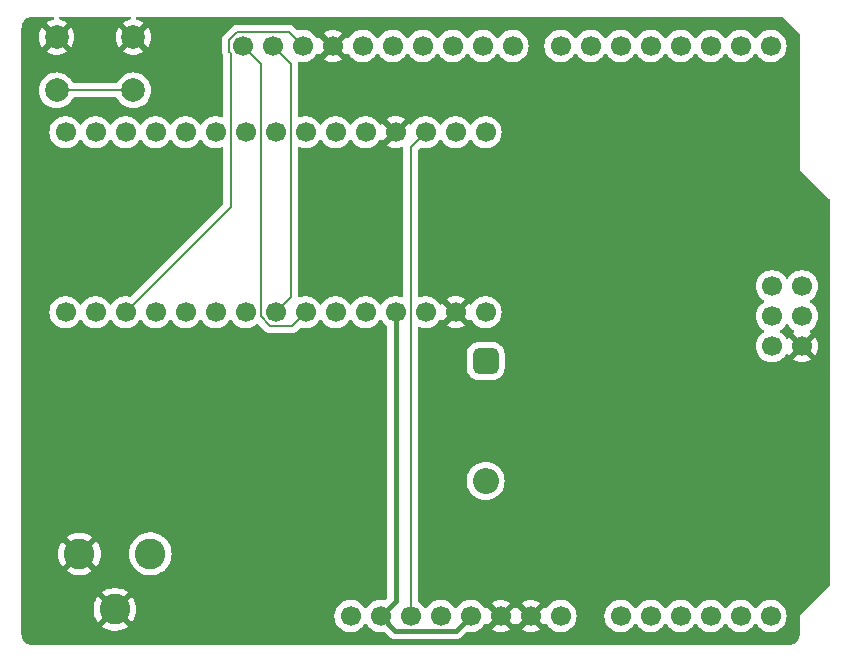
<source format=gbr>
%TF.GenerationSoftware,KiCad,Pcbnew,7.0.1*%
%TF.CreationDate,2023-12-30T18:42:19-05:00*%
%TF.ProjectId,Nano2UNO-Adapter-5V,4e616e6f-3255-44e4-9f2d-416461707465,0.0.1*%
%TF.SameCoordinates,PX6486dd0PY8062360*%
%TF.FileFunction,Copper,L1,Top*%
%TF.FilePolarity,Positive*%
%FSLAX46Y46*%
G04 Gerber Fmt 4.6, Leading zero omitted, Abs format (unit mm)*
G04 Created by KiCad (PCBNEW 7.0.1) date 2023-12-30 18:42:19*
%MOMM*%
%LPD*%
G01*
G04 APERTURE LIST*
G04 Aperture macros list*
%AMRoundRect*
0 Rectangle with rounded corners*
0 $1 Rounding radius*
0 $2 $3 $4 $5 $6 $7 $8 $9 X,Y pos of 4 corners*
0 Add a 4 corners polygon primitive as box body*
4,1,4,$2,$3,$4,$5,$6,$7,$8,$9,$2,$3,0*
0 Add four circle primitives for the rounded corners*
1,1,$1+$1,$2,$3*
1,1,$1+$1,$4,$5*
1,1,$1+$1,$6,$7*
1,1,$1+$1,$8,$9*
0 Add four rect primitives between the rounded corners*
20,1,$1+$1,$2,$3,$4,$5,0*
20,1,$1+$1,$4,$5,$6,$7,0*
20,1,$1+$1,$6,$7,$8,$9,0*
20,1,$1+$1,$8,$9,$2,$3,0*%
G04 Aperture macros list end*
%TA.AperFunction,ComponentPad*%
%ADD10C,1.700000*%
%TD*%
%TA.AperFunction,ComponentPad*%
%ADD11O,2.200000X2.200000*%
%TD*%
%TA.AperFunction,ComponentPad*%
%ADD12RoundRect,0.550000X-0.550000X0.550000X-0.550000X-0.550000X0.550000X-0.550000X0.550000X0.550000X0*%
%TD*%
%TA.AperFunction,ComponentPad*%
%ADD13C,2.600000*%
%TD*%
%TA.AperFunction,ComponentPad*%
%ADD14C,2.000000*%
%TD*%
%TA.AperFunction,Conductor*%
%ADD15C,0.200000*%
%TD*%
%TA.AperFunction,Conductor*%
%ADD16C,0.400000*%
%TD*%
G04 APERTURE END LIST*
D10*
%TO.P,J3,1,BOOT*%
%TO.N,unconnected-(J3-BOOT-Pad1)*%
X27940000Y2540000D03*
%TO.P,J3,2,IOREF*%
%TO.N,+5V*%
X30480000Y2540000D03*
%TO.P,J3,3,RESET*%
%TO.N,/~{RESET}*%
X33020000Y2540000D03*
%TO.P,J3,4,3.3V*%
%TO.N,+3V3*%
X35560000Y2540000D03*
%TO.P,J3,5,5V*%
%TO.N,+5V*%
X38100000Y2540000D03*
%TO.P,J3,6,GND*%
%TO.N,GND*%
X40640000Y2540000D03*
%TO.P,J3,7,GND*%
X43180000Y2540000D03*
%TO.P,J3,8,VIN*%
%TO.N,/VIN*%
X45720000Y2540000D03*
%TD*%
%TO.P,J4,1,A0*%
%TO.N,/A0*%
X50800000Y2540000D03*
%TO.P,J4,2,A1*%
%TO.N,/A1*%
X53340000Y2540000D03*
%TO.P,J4,3,A2*%
%TO.N,/A2*%
X55880000Y2540000D03*
%TO.P,J4,4,A3*%
%TO.N,/A3*%
X58420000Y2540000D03*
%TO.P,J4,5,A4*%
%TO.N,/A4{slash}SDA*%
X60960000Y2540000D03*
%TO.P,J4,6,A5*%
%TO.N,/A5{slash}SCL*%
X63500000Y2540000D03*
%TD*%
%TO.P,J2,1,8*%
%TO.N,/D8*%
X41656000Y50800000D03*
%TO.P,J2,2,9*%
%TO.N,/D9*%
X39116000Y50800000D03*
%TO.P,J2,3,10*%
%TO.N,/D10*%
X36576000Y50800000D03*
%TO.P,J2,4,11*%
%TO.N,/D11{slash}COPI*%
X34036000Y50800000D03*
%TO.P,J2,5,12*%
%TO.N,/D12{slash}CIPO*%
X31496000Y50800000D03*
%TO.P,J2,6,13*%
%TO.N,/D13{slash}SCK*%
X28956000Y50800000D03*
%TO.P,J2,7,GND*%
%TO.N,GND*%
X26416000Y50800000D03*
%TO.P,J2,8,AREF*%
%TO.N,/AREF*%
X23876000Y50800000D03*
%TO.P,J2,9,SDA*%
%TO.N,/A4{slash}SDA*%
X21336000Y50800000D03*
%TO.P,J2,10,SCL*%
%TO.N,/A5{slash}SCL*%
X18796000Y50800000D03*
%TD*%
%TO.P,J1,1,RX\u21900*%
%TO.N,/D0{slash}RX*%
X63500000Y50800000D03*
%TO.P,J1,2,TX\u21921*%
%TO.N,/D1{slash}TX*%
X60960000Y50800000D03*
%TO.P,J1,3,2*%
%TO.N,/D2*%
X58420000Y50800000D03*
%TO.P,J1,4,3*%
%TO.N,/D3*%
X55880000Y50800000D03*
%TO.P,J1,5,4*%
%TO.N,/D4*%
X53340000Y50800000D03*
%TO.P,J1,6,5*%
%TO.N,/D5*%
X50800000Y50800000D03*
%TO.P,J1,7,6*%
%TO.N,/D6*%
X48260000Y50800000D03*
%TO.P,J1,8,7*%
%TO.N,/D7*%
X45720000Y50800000D03*
%TD*%
D11*
%TO.P,D1,2,A*%
%TO.N,/VIN*%
X39370000Y13970000D03*
D12*
%TO.P,D1,1,K*%
%TO.N,Net-(D1-K)*%
X39370000Y24130000D03*
%TD*%
D10*
%TO.P,J7,1,MISO*%
%TO.N,/D12{slash}CIPO*%
X63622000Y30465000D03*
%TO.P,J7,2,VCC*%
%TO.N,+5V*%
X66162000Y30465000D03*
%TO.P,J7,3,SCK*%
%TO.N,/D13{slash}SCK*%
X63622000Y27925000D03*
%TO.P,J7,4,MOSI*%
%TO.N,/D11{slash}COPI*%
X66162000Y27925000D03*
%TO.P,J7,5,~{RST}*%
%TO.N,/~{RESET}*%
X63622000Y25385000D03*
%TO.P,J7,6,GND*%
%TO.N,GND*%
X66162000Y25385000D03*
%TD*%
D13*
%TO.P,J8,1*%
%TO.N,/VIN*%
X10984000Y7802000D03*
%TO.P,J8,2*%
%TO.N,GND*%
X4984000Y7802000D03*
%TO.P,J8,3*%
X7984000Y3102000D03*
%TD*%
D10*
%TO.P,J5,1,TX1*%
%TO.N,/D1{slash}TX*%
X39370000Y43500000D03*
%TO.P,J5,2,RX0*%
%TO.N,/D0{slash}RX*%
X36830000Y43500000D03*
%TO.P,J5,3,RST*%
%TO.N,/~{RESET}*%
X34290000Y43500000D03*
%TO.P,J5,4,GND*%
%TO.N,GND*%
X31750000Y43500000D03*
%TO.P,J5,5,D2*%
%TO.N,/D2*%
X29210000Y43500000D03*
%TO.P,J5,6,D3*%
%TO.N,/D3*%
X26670000Y43500000D03*
%TO.P,J5,7,D4*%
%TO.N,/D4*%
X24130000Y43500000D03*
%TO.P,J5,8,D5*%
%TO.N,/D5*%
X21590000Y43500000D03*
%TO.P,J5,9,D6*%
%TO.N,/D6*%
X19050000Y43500000D03*
%TO.P,J5,10,D7*%
%TO.N,/D7*%
X16510000Y43500000D03*
%TO.P,J5,11,D8*%
%TO.N,/D8*%
X13970000Y43500000D03*
%TO.P,J5,12,D9*%
%TO.N,/D9*%
X11430000Y43500000D03*
%TO.P,J5,13,D10*%
%TO.N,/D10*%
X8890000Y43500000D03*
%TO.P,J5,14,D11*%
%TO.N,/D11{slash}COPI*%
X6350000Y43500000D03*
%TO.P,J5,15,D12*%
%TO.N,/D12{slash}CIPO*%
X3810000Y43500000D03*
%TD*%
%TO.P,J6,1,D13*%
%TO.N,/D13{slash}SCK*%
X3810000Y28260000D03*
%TO.P,J6,2,3.3V*%
%TO.N,+3V3*%
X6350000Y28260000D03*
%TO.P,J6,3,REF*%
%TO.N,/AREF*%
X8890000Y28260000D03*
%TO.P,J6,4,A0*%
%TO.N,/A0*%
X11430000Y28260000D03*
%TO.P,J6,5,A1*%
%TO.N,/A1*%
X13970000Y28260000D03*
%TO.P,J6,6,A2*%
%TO.N,/A2*%
X16510000Y28260000D03*
%TO.P,J6,7,A3*%
%TO.N,/A3*%
X19050000Y28260000D03*
%TO.P,J6,8,A4*%
%TO.N,/A4{slash}SDA*%
X21590000Y28260000D03*
%TO.P,J6,9,A5*%
%TO.N,/A5{slash}SCL*%
X24130000Y28260000D03*
%TO.P,J6,10,A6*%
%TO.N,unconnected-(J6-A6-Pad10)*%
X26670000Y28260000D03*
%TO.P,J6,11,A7*%
%TO.N,unconnected-(J6-A7-Pad11)*%
X29210000Y28260000D03*
%TO.P,J6,12,5V*%
%TO.N,+5V*%
X31750000Y28260000D03*
%TO.P,J6,13,RST*%
%TO.N,unconnected-(J6-RST-Pad13)*%
X34290000Y28260000D03*
%TO.P,J6,14,GND*%
%TO.N,GND*%
X36830000Y28260000D03*
%TO.P,J6,15,VIN*%
%TO.N,Net-(D1-K)*%
X39370000Y28260000D03*
%TD*%
D14*
%TO.P,SW1,1,1*%
%TO.N,GND*%
X3050000Y51550000D03*
X9550000Y51550000D03*
%TO.P,SW1,2,2*%
%TO.N,/~{RESET}*%
X3050000Y47050000D03*
X9550000Y47050000D03*
%TD*%
D15*
%TO.N,/~{RESET}*%
X33020000Y42230000D02*
X33020000Y2540000D01*
X34290000Y43500000D02*
X33020000Y42230000D01*
D16*
%TO.N,+5V*%
X31750000Y28260000D02*
X31750000Y3810000D01*
X31750000Y3810000D02*
X30480000Y2540000D01*
X31730000Y1290000D02*
X30480000Y2540000D01*
X38100000Y2540000D02*
X36850000Y1290000D01*
X36850000Y1290000D02*
X31730000Y1290000D01*
D15*
%TO.N,/AREF*%
X22726000Y51950000D02*
X23876000Y50800000D01*
X17780000Y37150000D02*
X17780000Y50189654D01*
X17646000Y50323654D02*
X17646000Y51301000D01*
X18295000Y51950000D02*
X22726000Y51950000D01*
X17780000Y50189654D02*
X17646000Y50323654D01*
X17780000Y37150000D02*
X8890000Y28260000D01*
X17646000Y51301000D02*
X18295000Y51950000D01*
%TO.N,/A4{slash}SDA*%
X22860000Y49276000D02*
X22860000Y29530000D01*
X21336000Y50800000D02*
X22860000Y49276000D01*
X22860000Y29530000D02*
X21590000Y28260000D01*
%TO.N,/A5{slash}SCL*%
X22971800Y27101800D02*
X24130000Y28260000D01*
X20320000Y49276000D02*
X20320000Y27903654D01*
X18796000Y50800000D02*
X20320000Y49276000D01*
X21121854Y27101800D02*
X22971800Y27101800D01*
X20320000Y27903654D02*
X21121854Y27101800D01*
%TO.N,/~{RESET}*%
X3050000Y47050000D02*
X9550000Y47050000D01*
%TD*%
%TA.AperFunction,Conductor*%
%TO.N,GND*%
G36*
X2773693Y53249555D02*
G01*
X2818484Y53208321D01*
X2838251Y53150740D01*
X2828231Y53090690D01*
X2790837Y53042646D01*
X2735084Y53018191D01*
X2680507Y53009084D01*
X2445393Y52928369D01*
X2226764Y52810054D01*
X2179942Y52773612D01*
X2179942Y52773610D01*
X3050000Y51903553D01*
X3050001Y51903553D01*
X3920057Y52773610D01*
X3920056Y52773612D01*
X3873235Y52810053D01*
X3654606Y52928369D01*
X3419492Y53009084D01*
X3364916Y53018191D01*
X3309163Y53042646D01*
X3271769Y53090690D01*
X3261749Y53150740D01*
X3281516Y53208321D01*
X3326307Y53249555D01*
X3385325Y53264500D01*
X9214675Y53264500D01*
X9273693Y53249555D01*
X9318484Y53208321D01*
X9338251Y53150740D01*
X9328231Y53090690D01*
X9290837Y53042646D01*
X9235084Y53018191D01*
X9180507Y53009084D01*
X8945393Y52928369D01*
X8726764Y52810054D01*
X8679942Y52773612D01*
X8679942Y52773610D01*
X9550000Y51903553D01*
X9550001Y51903553D01*
X10420057Y52773610D01*
X10420056Y52773612D01*
X10373235Y52810053D01*
X10154606Y52928369D01*
X9919492Y53009084D01*
X9864916Y53018191D01*
X9809163Y53042646D01*
X9771769Y53090690D01*
X9761749Y53150740D01*
X9781516Y53208321D01*
X9826307Y53249555D01*
X9885325Y53264500D01*
X64433365Y53264500D01*
X64480818Y53255061D01*
X64521046Y53228181D01*
X65928181Y51821046D01*
X65955061Y51780818D01*
X65964500Y51733365D01*
X65964500Y40430985D01*
X65961962Y40411713D01*
X65964028Y40388104D01*
X65964500Y40377297D01*
X65964500Y40364884D01*
X65967075Y40353267D01*
X65967182Y40352044D01*
X65971651Y40342459D01*
X65978451Y40334356D01*
X65978452Y40334355D01*
X65979500Y40333750D01*
X66005185Y40314042D01*
X68468181Y37851046D01*
X68495061Y37810818D01*
X68504500Y37763365D01*
X68504500Y5162636D01*
X68495061Y5115183D01*
X68468181Y5074955D01*
X66018418Y2625194D01*
X66003001Y2613364D01*
X65987760Y2595201D01*
X65980463Y2587238D01*
X65971683Y2578458D01*
X65965290Y2568423D01*
X65964501Y2567484D01*
X65960880Y2557536D01*
X65959959Y2547004D01*
X65960275Y2545826D01*
X65964500Y2513732D01*
X65964500Y1005412D01*
X65964028Y994604D01*
X65951400Y850272D01*
X65947647Y828987D01*
X65911553Y694281D01*
X65904160Y673969D01*
X65845224Y547582D01*
X65834417Y528864D01*
X65754430Y414630D01*
X65740536Y398072D01*
X65641928Y299464D01*
X65625370Y285570D01*
X65511136Y205583D01*
X65492418Y194776D01*
X65366031Y135840D01*
X65345719Y128447D01*
X65211013Y92353D01*
X65189728Y88600D01*
X65059599Y77215D01*
X65045394Y75972D01*
X65034588Y75500D01*
X1005412Y75500D01*
X994605Y75972D01*
X978693Y77365D01*
X850271Y88600D01*
X828986Y92353D01*
X694280Y128447D01*
X673968Y135840D01*
X547581Y194776D01*
X528863Y205583D01*
X414629Y285570D01*
X398071Y299464D01*
X299463Y398072D01*
X285569Y414630D01*
X205582Y528864D01*
X194775Y547582D01*
X175135Y589699D01*
X135838Y673972D01*
X128446Y694281D01*
X92352Y828987D01*
X88599Y850273D01*
X75972Y994605D01*
X75500Y1005412D01*
X75500Y1663298D01*
X6898848Y1663298D01*
X7081479Y1538783D01*
X7324542Y1421730D01*
X7582339Y1342209D01*
X7849109Y1302000D01*
X8118891Y1302000D01*
X8385660Y1342209D01*
X8643460Y1421730D01*
X8886523Y1538783D01*
X9069150Y1663298D01*
X7984000Y2748447D01*
X6898848Y1663298D01*
X75500Y1663298D01*
X75500Y3102000D01*
X6178952Y3102000D01*
X6199113Y2832974D01*
X6259146Y2569951D01*
X6357708Y2318822D01*
X6492598Y2085184D01*
X6546295Y2017850D01*
X7630447Y3101999D01*
X7630447Y3102000D01*
X8337553Y3102000D01*
X9421703Y2017849D01*
X9421704Y2017850D01*
X9475400Y2085182D01*
X9610291Y2318822D01*
X9708853Y2569951D01*
X9768886Y2832974D01*
X9789047Y3102000D01*
X9768886Y3371027D01*
X9708853Y3634050D01*
X9610291Y3885179D01*
X9475398Y4118822D01*
X9421704Y4186153D01*
X8337553Y3102000D01*
X7630447Y3102000D01*
X6546295Y4186152D01*
X6492598Y4118818D01*
X6357708Y3885179D01*
X6259146Y3634050D01*
X6199113Y3371027D01*
X6178952Y3102000D01*
X75500Y3102000D01*
X75500Y4540704D01*
X6898848Y4540704D01*
X7984000Y3455553D01*
X7984001Y3455553D01*
X9069150Y4540704D01*
X8886519Y4665220D01*
X8643460Y4782271D01*
X8385660Y4861792D01*
X8118891Y4902000D01*
X7849109Y4902000D01*
X7582339Y4861792D01*
X7324542Y4782271D01*
X7081476Y4665217D01*
X6898848Y4540704D01*
X75500Y4540704D01*
X75500Y6363298D01*
X3898848Y6363298D01*
X4081479Y6238783D01*
X4324542Y6121730D01*
X4582339Y6042209D01*
X4849109Y6002000D01*
X5118891Y6002000D01*
X5385660Y6042209D01*
X5643460Y6121730D01*
X5886523Y6238783D01*
X6069150Y6363298D01*
X4984000Y7448447D01*
X3898848Y6363298D01*
X75500Y6363298D01*
X75500Y7802000D01*
X3178952Y7802000D01*
X3199113Y7532974D01*
X3259146Y7269951D01*
X3357708Y7018822D01*
X3492598Y6785184D01*
X3546295Y6717850D01*
X4630447Y7801999D01*
X4630447Y7802000D01*
X5337553Y7802000D01*
X6421703Y6717849D01*
X6421704Y6717850D01*
X6475400Y6785182D01*
X6610291Y7018822D01*
X6708853Y7269951D01*
X6768886Y7532974D01*
X6789047Y7802000D01*
X9170428Y7802000D01*
X9190684Y7531703D01*
X9251001Y7267439D01*
X9348576Y7018822D01*
X9350029Y7015121D01*
X9485557Y6780379D01*
X9654558Y6568458D01*
X9853257Y6384093D01*
X10077215Y6231401D01*
X10321428Y6113794D01*
X10553502Y6042209D01*
X10580442Y6033899D01*
X10848471Y5993500D01*
X10848472Y5993500D01*
X11119528Y5993500D01*
X11119529Y5993500D01*
X11253542Y6013700D01*
X11387558Y6033899D01*
X11646572Y6113794D01*
X11890786Y6231401D01*
X12114743Y6384093D01*
X12114746Y6384097D01*
X12114749Y6384098D01*
X12202883Y6465876D01*
X12313442Y6568458D01*
X12482443Y6780379D01*
X12617971Y7015121D01*
X12716999Y7267441D01*
X12777315Y7531701D01*
X12797571Y7802000D01*
X12777315Y8072299D01*
X12716999Y8336559D01*
X12617971Y8588879D01*
X12482443Y8823621D01*
X12313442Y9035542D01*
X12313438Y9035546D01*
X12114749Y9219903D01*
X12096859Y9232100D01*
X11890786Y9372599D01*
X11646572Y9490206D01*
X11566676Y9514851D01*
X11387557Y9570102D01*
X11119529Y9610500D01*
X11119528Y9610500D01*
X10848472Y9610500D01*
X10848471Y9610500D01*
X10580442Y9570102D01*
X10321428Y9490206D01*
X10077217Y9372601D01*
X9853255Y9219906D01*
X9654558Y9035542D01*
X9485556Y8823620D01*
X9350028Y8588878D01*
X9251001Y8336562D01*
X9190684Y8072298D01*
X9170428Y7802000D01*
X6789047Y7802000D01*
X6768886Y8071027D01*
X6708853Y8334050D01*
X6610291Y8585179D01*
X6475398Y8818822D01*
X6421704Y8886153D01*
X5337553Y7802000D01*
X4630447Y7802000D01*
X3546295Y8886152D01*
X3492598Y8818818D01*
X3357708Y8585179D01*
X3259146Y8334050D01*
X3199113Y8071027D01*
X3178952Y7802000D01*
X75500Y7802000D01*
X75500Y9240704D01*
X3898848Y9240704D01*
X4984000Y8155553D01*
X4984001Y8155553D01*
X6069150Y9240704D01*
X5886519Y9365220D01*
X5643460Y9482271D01*
X5385660Y9561792D01*
X5118891Y9602000D01*
X4849109Y9602000D01*
X4582339Y9561792D01*
X4324542Y9482271D01*
X4081476Y9365217D01*
X3898848Y9240704D01*
X75500Y9240704D01*
X75500Y28260001D01*
X2446843Y28260001D01*
X2465435Y28035637D01*
X2465435Y28035634D01*
X2465436Y28035632D01*
X2498150Y27906447D01*
X2520705Y27817382D01*
X2611138Y27611212D01*
X2611140Y27611209D01*
X2734278Y27422732D01*
X2886760Y27257094D01*
X3064424Y27118811D01*
X3262426Y27011658D01*
X3475365Y26938556D01*
X3697431Y26901500D01*
X3922569Y26901500D01*
X4144635Y26938556D01*
X4357574Y27011658D01*
X4555576Y27118811D01*
X4733240Y27257094D01*
X4885722Y27422732D01*
X4976192Y27561207D01*
X5020981Y27602438D01*
X5079998Y27617384D01*
X5139016Y27602439D01*
X5183807Y27561206D01*
X5274275Y27422735D01*
X5274277Y27422733D01*
X5274278Y27422732D01*
X5426760Y27257094D01*
X5604424Y27118811D01*
X5802426Y27011658D01*
X6015365Y26938556D01*
X6237431Y26901500D01*
X6462569Y26901500D01*
X6684635Y26938556D01*
X6897574Y27011658D01*
X7095576Y27118811D01*
X7273240Y27257094D01*
X7425722Y27422732D01*
X7516192Y27561207D01*
X7560981Y27602438D01*
X7619998Y27617384D01*
X7679016Y27602439D01*
X7723807Y27561206D01*
X7814275Y27422735D01*
X7814277Y27422733D01*
X7814278Y27422732D01*
X7966760Y27257094D01*
X8144424Y27118811D01*
X8342426Y27011658D01*
X8555365Y26938556D01*
X8777431Y26901500D01*
X9002569Y26901500D01*
X9224635Y26938556D01*
X9437574Y27011658D01*
X9635576Y27118811D01*
X9813240Y27257094D01*
X9965722Y27422732D01*
X10056192Y27561207D01*
X10100981Y27602438D01*
X10159998Y27617384D01*
X10219016Y27602439D01*
X10263807Y27561206D01*
X10354275Y27422735D01*
X10354277Y27422733D01*
X10354278Y27422732D01*
X10506760Y27257094D01*
X10684424Y27118811D01*
X10882426Y27011658D01*
X11095365Y26938556D01*
X11317431Y26901500D01*
X11542569Y26901500D01*
X11764635Y26938556D01*
X11977574Y27011658D01*
X12175576Y27118811D01*
X12353240Y27257094D01*
X12505722Y27422732D01*
X12596192Y27561207D01*
X12640981Y27602438D01*
X12699998Y27617384D01*
X12759016Y27602439D01*
X12803807Y27561206D01*
X12894275Y27422735D01*
X12894277Y27422733D01*
X12894278Y27422732D01*
X13046760Y27257094D01*
X13224424Y27118811D01*
X13422426Y27011658D01*
X13635365Y26938556D01*
X13857431Y26901500D01*
X14082569Y26901500D01*
X14304635Y26938556D01*
X14517574Y27011658D01*
X14715576Y27118811D01*
X14893240Y27257094D01*
X15045722Y27422732D01*
X15136192Y27561207D01*
X15180981Y27602438D01*
X15239998Y27617384D01*
X15299016Y27602439D01*
X15343807Y27561206D01*
X15434275Y27422735D01*
X15434277Y27422733D01*
X15434278Y27422732D01*
X15586760Y27257094D01*
X15764424Y27118811D01*
X15962426Y27011658D01*
X16175365Y26938556D01*
X16397431Y26901500D01*
X16622569Y26901500D01*
X16844635Y26938556D01*
X17057574Y27011658D01*
X17255576Y27118811D01*
X17433240Y27257094D01*
X17585722Y27422732D01*
X17676192Y27561207D01*
X17720981Y27602438D01*
X17779998Y27617384D01*
X17839016Y27602439D01*
X17883807Y27561206D01*
X17974275Y27422735D01*
X17974277Y27422733D01*
X17974278Y27422732D01*
X18126760Y27257094D01*
X18304424Y27118811D01*
X18502426Y27011658D01*
X18715365Y26938556D01*
X18937431Y26901500D01*
X19162569Y26901500D01*
X19384635Y26938556D01*
X19597574Y27011658D01*
X19795576Y27118811D01*
X19961490Y27247950D01*
X20015555Y27272110D01*
X20074664Y27268440D01*
X20125330Y27237775D01*
X20657631Y26705474D01*
X20668326Y26693279D01*
X20687867Y26667812D01*
X20719779Y26643325D01*
X20719782Y26643323D01*
X20719783Y26643322D01*
X20814978Y26570276D01*
X20919644Y26526922D01*
X20963000Y26508963D01*
X20963003Y26508962D01*
X20982397Y26506409D01*
X21081969Y26493300D01*
X21081970Y26493300D01*
X21090022Y26492240D01*
X21090032Y26492240D01*
X21121854Y26488050D01*
X21153674Y26492240D01*
X21169859Y26493300D01*
X22923795Y26493300D01*
X22939979Y26492240D01*
X22971800Y26488050D01*
X23003621Y26492240D01*
X23003633Y26492240D01*
X23011684Y26493300D01*
X23011685Y26493300D01*
X23111256Y26506409D01*
X23130651Y26508962D01*
X23278676Y26570276D01*
X23373872Y26643323D01*
X23373872Y26643324D01*
X23390166Y26655826D01*
X23390168Y26655829D01*
X23405787Y26667813D01*
X23425336Y26693291D01*
X23436016Y26705469D01*
X23646640Y26916093D01*
X23706371Y26949219D01*
X23774584Y26945691D01*
X23781760Y26943227D01*
X23795364Y26938556D01*
X24017431Y26901500D01*
X24242569Y26901500D01*
X24464635Y26938556D01*
X24677574Y27011658D01*
X24875576Y27118811D01*
X25053240Y27257094D01*
X25205722Y27422732D01*
X25296192Y27561207D01*
X25340981Y27602438D01*
X25399998Y27617384D01*
X25459016Y27602439D01*
X25503807Y27561206D01*
X25594275Y27422735D01*
X25594277Y27422733D01*
X25594278Y27422732D01*
X25746760Y27257094D01*
X25924424Y27118811D01*
X26122426Y27011658D01*
X26335365Y26938556D01*
X26557431Y26901500D01*
X26782569Y26901500D01*
X27004635Y26938556D01*
X27217574Y27011658D01*
X27415576Y27118811D01*
X27593240Y27257094D01*
X27745722Y27422732D01*
X27836192Y27561207D01*
X27880981Y27602438D01*
X27939998Y27617384D01*
X27999016Y27602439D01*
X28043807Y27561206D01*
X28134275Y27422735D01*
X28134277Y27422733D01*
X28134278Y27422732D01*
X28286760Y27257094D01*
X28464424Y27118811D01*
X28662426Y27011658D01*
X28875365Y26938556D01*
X29097431Y26901500D01*
X29322569Y26901500D01*
X29544635Y26938556D01*
X29757574Y27011658D01*
X29955576Y27118811D01*
X30133240Y27257094D01*
X30285722Y27422732D01*
X30376190Y27561205D01*
X30420982Y27602439D01*
X30480000Y27617384D01*
X30539018Y27602439D01*
X30583809Y27561205D01*
X30674277Y27422733D01*
X30826760Y27257094D01*
X30993663Y27127186D01*
X31028901Y27083793D01*
X31041500Y27029333D01*
X31041500Y4154832D01*
X31032061Y4107379D01*
X31005183Y4067154D01*
X30869025Y3930997D01*
X30846775Y3908746D01*
X30796924Y3878340D01*
X30738685Y3874119D01*
X30592569Y3898500D01*
X30367431Y3898500D01*
X30145363Y3861444D01*
X29932427Y3788343D01*
X29734424Y3681189D01*
X29556760Y3542906D01*
X29404279Y3377270D01*
X29313809Y3238795D01*
X29269017Y3197562D01*
X29210000Y3182617D01*
X29150983Y3197562D01*
X29106191Y3238795D01*
X29015723Y3377266D01*
X29015722Y3377268D01*
X28863240Y3542906D01*
X28685576Y3681189D01*
X28487574Y3788342D01*
X28487573Y3788343D01*
X28487572Y3788343D01*
X28274636Y3861444D01*
X28052569Y3898500D01*
X27827431Y3898500D01*
X27605363Y3861444D01*
X27392427Y3788343D01*
X27194424Y3681189D01*
X27016760Y3542906D01*
X26864279Y3377270D01*
X26741138Y3188789D01*
X26670000Y3026607D01*
X26650704Y2982616D01*
X26595436Y2764368D01*
X26595435Y2764364D01*
X26576843Y2540001D01*
X26595435Y2315637D01*
X26595435Y2315634D01*
X26595436Y2315632D01*
X26628150Y2186447D01*
X26650705Y2097382D01*
X26741138Y1891212D01*
X26741140Y1891209D01*
X26864278Y1702732D01*
X27016760Y1537094D01*
X27194424Y1398811D01*
X27392426Y1291658D01*
X27605365Y1218556D01*
X27827431Y1181500D01*
X28052569Y1181500D01*
X28274635Y1218556D01*
X28487574Y1291658D01*
X28685576Y1398811D01*
X28863240Y1537094D01*
X29015722Y1702732D01*
X29106190Y1841205D01*
X29150982Y1882439D01*
X29210000Y1897384D01*
X29269018Y1882439D01*
X29313809Y1841205D01*
X29404278Y1702732D01*
X29556760Y1537094D01*
X29734424Y1398811D01*
X29932426Y1291658D01*
X30145365Y1218556D01*
X30367431Y1181500D01*
X30592567Y1181500D01*
X30592569Y1181500D01*
X30738687Y1205883D01*
X30796924Y1201662D01*
X30846775Y1171255D01*
X31211223Y806807D01*
X31216357Y801353D01*
X31256725Y755786D01*
X31306822Y721207D01*
X31312856Y716767D01*
X31360774Y679225D01*
X31370236Y674966D01*
X31389781Y663943D01*
X31394801Y660478D01*
X31398325Y658046D01*
X31454581Y636711D01*
X31455233Y636464D01*
X31462155Y633597D01*
X31517671Y608611D01*
X31527881Y606740D01*
X31549500Y600714D01*
X31559199Y597035D01*
X31619631Y589698D01*
X31627011Y588575D01*
X31686908Y577598D01*
X31747681Y581274D01*
X31755169Y581500D01*
X36824837Y581500D01*
X36832324Y581274D01*
X36893093Y577598D01*
X36952994Y588576D01*
X36960364Y589697D01*
X37020801Y597035D01*
X37030498Y600713D01*
X37052124Y606741D01*
X37062329Y608611D01*
X37117850Y633600D01*
X37124752Y636458D01*
X37165189Y651795D01*
X37181675Y658046D01*
X37190219Y663945D01*
X37209754Y674963D01*
X37219226Y679225D01*
X37267162Y716783D01*
X37273143Y721184D01*
X37323273Y755785D01*
X37363673Y801389D01*
X37368760Y806792D01*
X37733225Y1171257D01*
X37783074Y1201662D01*
X37841311Y1205883D01*
X37987431Y1181500D01*
X38212569Y1181500D01*
X38434635Y1218556D01*
X38647574Y1291658D01*
X38845576Y1398811D01*
X38879320Y1425075D01*
X39878625Y1425075D01*
X39962420Y1366401D01*
X40176507Y1266570D01*
X40404681Y1205431D01*
X40640000Y1184843D01*
X40875318Y1205431D01*
X41103492Y1266570D01*
X41317576Y1366400D01*
X41401373Y1425075D01*
X42418625Y1425075D01*
X42502420Y1366401D01*
X42716507Y1266570D01*
X42944681Y1205431D01*
X43180000Y1184843D01*
X43415318Y1205431D01*
X43643492Y1266570D01*
X43857576Y1366400D01*
X43941373Y1425075D01*
X43180000Y2186447D01*
X42418625Y1425075D01*
X41401373Y1425075D01*
X40640000Y2186447D01*
X39878625Y1425075D01*
X38879320Y1425075D01*
X39023240Y1537094D01*
X39175722Y1702732D01*
X39269748Y1846651D01*
X39313664Y1887405D01*
X39371563Y1902812D01*
X39429927Y1889274D01*
X39475131Y1849951D01*
X39525072Y1778627D01*
X39525073Y1778627D01*
X40286447Y2539999D01*
X40993553Y2539999D01*
X41754925Y1778627D01*
X41808424Y1855031D01*
X41852742Y1893897D01*
X41909999Y1907908D01*
X41967256Y1893897D01*
X42011574Y1855031D01*
X42065072Y1778627D01*
X42065073Y1778627D01*
X42826447Y2539999D01*
X43533553Y2539999D01*
X44294925Y1778627D01*
X44344868Y1849952D01*
X44390072Y1889274D01*
X44448436Y1902812D01*
X44506335Y1887405D01*
X44550252Y1846649D01*
X44644276Y1702733D01*
X44726573Y1613337D01*
X44796760Y1537094D01*
X44974424Y1398811D01*
X45172426Y1291658D01*
X45385365Y1218556D01*
X45607431Y1181500D01*
X45832569Y1181500D01*
X46054635Y1218556D01*
X46267574Y1291658D01*
X46465576Y1398811D01*
X46643240Y1537094D01*
X46795722Y1702732D01*
X46918860Y1891209D01*
X47009296Y2097384D01*
X47064564Y2315632D01*
X47083156Y2540000D01*
X49436843Y2540000D01*
X49455435Y2315637D01*
X49455435Y2315634D01*
X49455436Y2315632D01*
X49488150Y2186447D01*
X49510705Y2097382D01*
X49601138Y1891212D01*
X49601140Y1891209D01*
X49724278Y1702732D01*
X49876760Y1537094D01*
X50054424Y1398811D01*
X50252426Y1291658D01*
X50465365Y1218556D01*
X50687431Y1181500D01*
X50912569Y1181500D01*
X51134635Y1218556D01*
X51347574Y1291658D01*
X51545576Y1398811D01*
X51723240Y1537094D01*
X51875722Y1702732D01*
X51966190Y1841205D01*
X52010982Y1882439D01*
X52070000Y1897384D01*
X52129018Y1882439D01*
X52173809Y1841205D01*
X52264278Y1702732D01*
X52416760Y1537094D01*
X52594424Y1398811D01*
X52792426Y1291658D01*
X53005365Y1218556D01*
X53227431Y1181500D01*
X53452569Y1181500D01*
X53674635Y1218556D01*
X53887574Y1291658D01*
X54085576Y1398811D01*
X54263240Y1537094D01*
X54415722Y1702732D01*
X54506190Y1841205D01*
X54550982Y1882439D01*
X54610000Y1897384D01*
X54669018Y1882439D01*
X54713809Y1841205D01*
X54804278Y1702732D01*
X54956760Y1537094D01*
X55134424Y1398811D01*
X55332426Y1291658D01*
X55545365Y1218556D01*
X55767431Y1181500D01*
X55992569Y1181500D01*
X56214635Y1218556D01*
X56427574Y1291658D01*
X56625576Y1398811D01*
X56803240Y1537094D01*
X56955722Y1702732D01*
X57046190Y1841205D01*
X57090982Y1882439D01*
X57150000Y1897384D01*
X57209018Y1882439D01*
X57253809Y1841205D01*
X57344278Y1702732D01*
X57496760Y1537094D01*
X57674424Y1398811D01*
X57872426Y1291658D01*
X58085365Y1218556D01*
X58307431Y1181500D01*
X58532569Y1181500D01*
X58754635Y1218556D01*
X58967574Y1291658D01*
X59165576Y1398811D01*
X59343240Y1537094D01*
X59495722Y1702732D01*
X59586190Y1841205D01*
X59630982Y1882439D01*
X59690000Y1897384D01*
X59749018Y1882439D01*
X59793809Y1841205D01*
X59884278Y1702732D01*
X60036760Y1537094D01*
X60214424Y1398811D01*
X60412426Y1291658D01*
X60625365Y1218556D01*
X60847431Y1181500D01*
X61072569Y1181500D01*
X61294635Y1218556D01*
X61507574Y1291658D01*
X61705576Y1398811D01*
X61883240Y1537094D01*
X62035722Y1702732D01*
X62126190Y1841205D01*
X62170982Y1882439D01*
X62230000Y1897384D01*
X62289018Y1882439D01*
X62333809Y1841205D01*
X62424278Y1702732D01*
X62576760Y1537094D01*
X62754424Y1398811D01*
X62952426Y1291658D01*
X63165365Y1218556D01*
X63387431Y1181500D01*
X63612569Y1181500D01*
X63834635Y1218556D01*
X64047574Y1291658D01*
X64245576Y1398811D01*
X64423240Y1537094D01*
X64575722Y1702732D01*
X64698860Y1891209D01*
X64789296Y2097384D01*
X64844564Y2315632D01*
X64863156Y2540000D01*
X64844564Y2764368D01*
X64789296Y2982616D01*
X64698860Y3188791D01*
X64575722Y3377268D01*
X64423240Y3542906D01*
X64245576Y3681189D01*
X64047574Y3788342D01*
X64047573Y3788343D01*
X64047572Y3788343D01*
X63834636Y3861444D01*
X63612569Y3898500D01*
X63387431Y3898500D01*
X63165363Y3861444D01*
X62952427Y3788343D01*
X62754424Y3681189D01*
X62576760Y3542906D01*
X62424279Y3377270D01*
X62333809Y3238795D01*
X62289017Y3197562D01*
X62230000Y3182617D01*
X62170983Y3197562D01*
X62126191Y3238795D01*
X62035723Y3377266D01*
X62035722Y3377268D01*
X61883240Y3542906D01*
X61705576Y3681189D01*
X61507574Y3788342D01*
X61507573Y3788343D01*
X61507572Y3788343D01*
X61294636Y3861444D01*
X61072569Y3898500D01*
X60847431Y3898500D01*
X60625363Y3861444D01*
X60412427Y3788343D01*
X60214424Y3681189D01*
X60036760Y3542906D01*
X59884279Y3377270D01*
X59793809Y3238795D01*
X59749017Y3197562D01*
X59690000Y3182617D01*
X59630983Y3197562D01*
X59586191Y3238795D01*
X59495723Y3377266D01*
X59495722Y3377268D01*
X59343240Y3542906D01*
X59165576Y3681189D01*
X58967574Y3788342D01*
X58967573Y3788343D01*
X58967572Y3788343D01*
X58754636Y3861444D01*
X58532569Y3898500D01*
X58307431Y3898500D01*
X58085363Y3861444D01*
X57872427Y3788343D01*
X57674424Y3681189D01*
X57496760Y3542906D01*
X57344279Y3377270D01*
X57253809Y3238795D01*
X57209017Y3197562D01*
X57150000Y3182617D01*
X57090983Y3197562D01*
X57046191Y3238795D01*
X56955723Y3377266D01*
X56955722Y3377268D01*
X56803240Y3542906D01*
X56625576Y3681189D01*
X56427574Y3788342D01*
X56427573Y3788343D01*
X56427572Y3788343D01*
X56214636Y3861444D01*
X55992569Y3898500D01*
X55767431Y3898500D01*
X55545363Y3861444D01*
X55332427Y3788343D01*
X55134424Y3681189D01*
X54956760Y3542906D01*
X54804279Y3377270D01*
X54713809Y3238795D01*
X54669017Y3197562D01*
X54610000Y3182617D01*
X54550983Y3197562D01*
X54506191Y3238795D01*
X54415723Y3377266D01*
X54415722Y3377268D01*
X54263240Y3542906D01*
X54085576Y3681189D01*
X53887574Y3788342D01*
X53887573Y3788343D01*
X53887572Y3788343D01*
X53674636Y3861444D01*
X53452569Y3898500D01*
X53227431Y3898500D01*
X53005363Y3861444D01*
X52792427Y3788343D01*
X52594424Y3681189D01*
X52416760Y3542906D01*
X52264279Y3377270D01*
X52173809Y3238795D01*
X52129017Y3197562D01*
X52070000Y3182617D01*
X52010983Y3197562D01*
X51966191Y3238795D01*
X51875723Y3377266D01*
X51875722Y3377268D01*
X51723240Y3542906D01*
X51545576Y3681189D01*
X51347574Y3788342D01*
X51347573Y3788343D01*
X51347572Y3788343D01*
X51134636Y3861444D01*
X50912569Y3898500D01*
X50687431Y3898500D01*
X50465363Y3861444D01*
X50252427Y3788343D01*
X50054424Y3681189D01*
X49876760Y3542906D01*
X49724279Y3377270D01*
X49601138Y3188789D01*
X49530000Y3026607D01*
X49510704Y2982616D01*
X49455436Y2764368D01*
X49455435Y2764364D01*
X49436843Y2540000D01*
X47083156Y2540000D01*
X47064564Y2764368D01*
X47009296Y2982616D01*
X46918860Y3188791D01*
X46795722Y3377268D01*
X46643240Y3542906D01*
X46465576Y3681189D01*
X46267574Y3788342D01*
X46267573Y3788343D01*
X46267572Y3788343D01*
X46054636Y3861444D01*
X45832569Y3898500D01*
X45607431Y3898500D01*
X45385363Y3861444D01*
X45172427Y3788343D01*
X44974424Y3681189D01*
X44796760Y3542906D01*
X44644275Y3377266D01*
X44550250Y3233351D01*
X44506333Y3192596D01*
X44448435Y3177189D01*
X44390070Y3190727D01*
X44344867Y3230050D01*
X44294925Y3301374D01*
X44294925Y3301375D01*
X43533553Y2540000D01*
X43533553Y2539999D01*
X42826447Y2539999D01*
X42826447Y2540000D01*
X42065072Y3301375D01*
X42065072Y3301374D01*
X42011574Y3224970D01*
X41967256Y3186104D01*
X41909999Y3172093D01*
X41852742Y3186104D01*
X41808424Y3224970D01*
X41754925Y3301374D01*
X41754925Y3301375D01*
X40993553Y2540000D01*
X40993553Y2539999D01*
X40286447Y2539999D01*
X40286447Y2540000D01*
X39525073Y3301374D01*
X39475133Y3230050D01*
X39429929Y3190727D01*
X39371565Y3177188D01*
X39313665Y3192595D01*
X39269748Y3233351D01*
X39175723Y3377268D01*
X39099481Y3460087D01*
X39023240Y3542906D01*
X38879316Y3654928D01*
X39878625Y3654928D01*
X40640000Y2893553D01*
X40640001Y2893553D01*
X41401373Y3654927D01*
X41401373Y3654928D01*
X42418625Y3654928D01*
X43180000Y2893553D01*
X43180001Y2893553D01*
X43941373Y3654927D01*
X43941373Y3654928D01*
X43857580Y3713600D01*
X43643492Y3813431D01*
X43415318Y3874570D01*
X43180000Y3895158D01*
X42944681Y3874570D01*
X42716507Y3813431D01*
X42502422Y3713601D01*
X42418625Y3654928D01*
X41401373Y3654928D01*
X41317580Y3713600D01*
X41103492Y3813431D01*
X40875318Y3874570D01*
X40640000Y3895158D01*
X40404681Y3874570D01*
X40176507Y3813431D01*
X39962422Y3713601D01*
X39878625Y3654928D01*
X38879316Y3654928D01*
X38845576Y3681189D01*
X38647574Y3788342D01*
X38647573Y3788343D01*
X38647572Y3788343D01*
X38434636Y3861444D01*
X38212569Y3898500D01*
X37987431Y3898500D01*
X37765363Y3861444D01*
X37552427Y3788343D01*
X37354424Y3681189D01*
X37176760Y3542906D01*
X37024279Y3377270D01*
X36933809Y3238795D01*
X36889017Y3197562D01*
X36830000Y3182617D01*
X36770983Y3197562D01*
X36726191Y3238795D01*
X36635723Y3377266D01*
X36635722Y3377268D01*
X36483240Y3542906D01*
X36305576Y3681189D01*
X36107574Y3788342D01*
X36107573Y3788343D01*
X36107572Y3788343D01*
X35894636Y3861444D01*
X35672569Y3898500D01*
X35447431Y3898500D01*
X35225363Y3861444D01*
X35012427Y3788343D01*
X34814424Y3681189D01*
X34636760Y3542906D01*
X34484279Y3377270D01*
X34393809Y3238795D01*
X34349017Y3197562D01*
X34290000Y3182617D01*
X34230983Y3197562D01*
X34186191Y3238795D01*
X34095723Y3377266D01*
X34095722Y3377268D01*
X33943240Y3542906D01*
X33765576Y3681189D01*
X33765574Y3681190D01*
X33765573Y3681191D01*
X33693482Y3720205D01*
X33645977Y3765786D01*
X33628500Y3829259D01*
X33628500Y13970001D01*
X37756526Y13970001D01*
X37776391Y13717596D01*
X37835494Y13471410D01*
X37883939Y13354454D01*
X37932384Y13237498D01*
X38064672Y13021624D01*
X38229102Y12829102D01*
X38421624Y12664672D01*
X38637498Y12532384D01*
X38871409Y12435495D01*
X39117597Y12376391D01*
X39370000Y12356526D01*
X39622403Y12376391D01*
X39868591Y12435495D01*
X40102502Y12532384D01*
X40318376Y12664672D01*
X40510898Y12829102D01*
X40675328Y13021624D01*
X40807616Y13237498D01*
X40904505Y13471409D01*
X40963609Y13717597D01*
X40983474Y13970000D01*
X40963609Y14222403D01*
X40904505Y14468591D01*
X40807616Y14702502D01*
X40675328Y14918376D01*
X40510898Y15110898D01*
X40318376Y15275328D01*
X40102502Y15407616D01*
X39985546Y15456061D01*
X39868590Y15504506D01*
X39622404Y15563609D01*
X39370000Y15583474D01*
X39117595Y15563609D01*
X38871409Y15504506D01*
X38637496Y15407615D01*
X38421625Y15275329D01*
X38229102Y15110898D01*
X38064671Y14918375D01*
X37932385Y14702504D01*
X37835494Y14468591D01*
X37776391Y14222405D01*
X37756526Y13970001D01*
X33628500Y13970001D01*
X33628500Y23527997D01*
X37761500Y23527997D01*
X37776814Y23372500D01*
X37776815Y23372498D01*
X37837341Y23172969D01*
X37935631Y22989083D01*
X38067906Y22827906D01*
X38229083Y22695631D01*
X38412969Y22597341D01*
X38612498Y22536815D01*
X38767995Y22521500D01*
X39972004Y22521501D01*
X40127502Y22536815D01*
X40327031Y22597341D01*
X40510917Y22695631D01*
X40672094Y22827906D01*
X40804369Y22989083D01*
X40902659Y23172969D01*
X40963185Y23372498D01*
X40978500Y23527995D01*
X40978499Y24732004D01*
X40963185Y24887502D01*
X40902659Y25087031D01*
X40804369Y25270917D01*
X40710743Y25385000D01*
X62258843Y25385000D01*
X62277435Y25160637D01*
X62277435Y25160634D01*
X62277436Y25160632D01*
X62310150Y25031447D01*
X62332705Y24942382D01*
X62423138Y24736212D01*
X62423140Y24736209D01*
X62546278Y24547732D01*
X62698760Y24382094D01*
X62876424Y24243811D01*
X63074426Y24136658D01*
X63287365Y24063556D01*
X63509431Y24026500D01*
X63734569Y24026500D01*
X63956635Y24063556D01*
X64169574Y24136658D01*
X64367576Y24243811D01*
X64401320Y24270075D01*
X65400625Y24270075D01*
X65484420Y24211401D01*
X65698507Y24111570D01*
X65926681Y24050431D01*
X66162000Y24029843D01*
X66397318Y24050431D01*
X66625492Y24111570D01*
X66839576Y24211400D01*
X66923373Y24270075D01*
X66162000Y25031447D01*
X65400625Y24270075D01*
X64401320Y24270075D01*
X64545240Y24382094D01*
X64697722Y24547732D01*
X64791748Y24691651D01*
X64835664Y24732405D01*
X64893563Y24747812D01*
X64951927Y24734274D01*
X64997131Y24694951D01*
X65047072Y24623627D01*
X65047073Y24623627D01*
X65808447Y25384999D01*
X66515553Y25384999D01*
X67276925Y24623627D01*
X67335600Y24707424D01*
X67435430Y24921508D01*
X67496569Y25149682D01*
X67517157Y25385000D01*
X67496569Y25620319D01*
X67435430Y25848493D01*
X67335599Y26062579D01*
X67276926Y26146374D01*
X67276925Y26146375D01*
X66515553Y25385000D01*
X66515553Y25384999D01*
X65808447Y25384999D01*
X65808447Y25385000D01*
X65047073Y26146374D01*
X64997133Y26075050D01*
X64951929Y26035727D01*
X64893565Y26022188D01*
X64835665Y26037595D01*
X64791748Y26078351D01*
X64697723Y26222268D01*
X64621481Y26305087D01*
X64545240Y26387906D01*
X64367576Y26526189D01*
X64331067Y26545947D01*
X64283563Y26591526D01*
X64266086Y26655000D01*
X64283563Y26718474D01*
X64331067Y26764054D01*
X64367576Y26783811D01*
X64545240Y26922094D01*
X64697722Y27087732D01*
X64788190Y27226205D01*
X64832982Y27267439D01*
X64892000Y27282384D01*
X64951018Y27267439D01*
X64995809Y27226205D01*
X65079081Y27098747D01*
X65086278Y27087732D01*
X65238760Y26922094D01*
X65416424Y26783811D01*
X65459697Y26760393D01*
X65505336Y26717844D01*
X65524475Y26658454D01*
X65512266Y26597262D01*
X65471801Y26549763D01*
X65400625Y26499928D01*
X66162000Y25738553D01*
X66162001Y25738553D01*
X66923373Y26499927D01*
X66923373Y26499928D01*
X66852198Y26549765D01*
X66811733Y26597264D01*
X66799525Y26658456D01*
X66818665Y26717846D01*
X66864299Y26760392D01*
X66907576Y26783811D01*
X67085240Y26922094D01*
X67237722Y27087732D01*
X67360860Y27276209D01*
X67451296Y27482384D01*
X67506564Y27700632D01*
X67525156Y27925000D01*
X67506564Y28149368D01*
X67451296Y28367616D01*
X67360860Y28573791D01*
X67237722Y28762268D01*
X67085240Y28927906D01*
X66907576Y29066189D01*
X66907575Y29066190D01*
X66871067Y29085947D01*
X66823562Y29131529D01*
X66806086Y29195003D01*
X66823564Y29258477D01*
X66871067Y29304054D01*
X66907576Y29323811D01*
X67085240Y29462094D01*
X67237722Y29627732D01*
X67360860Y29816209D01*
X67451296Y30022384D01*
X67506564Y30240632D01*
X67525156Y30465000D01*
X67506564Y30689368D01*
X67451296Y30907616D01*
X67360860Y31113791D01*
X67237722Y31302268D01*
X67085240Y31467906D01*
X66907576Y31606189D01*
X66709574Y31713342D01*
X66709573Y31713343D01*
X66709572Y31713343D01*
X66496636Y31786444D01*
X66274569Y31823500D01*
X66049431Y31823500D01*
X65827363Y31786444D01*
X65614427Y31713343D01*
X65416424Y31606189D01*
X65238760Y31467906D01*
X65086279Y31302270D01*
X64995809Y31163795D01*
X64951017Y31122562D01*
X64892000Y31107617D01*
X64832983Y31122562D01*
X64788191Y31163795D01*
X64768043Y31194633D01*
X64697722Y31302268D01*
X64545240Y31467906D01*
X64367576Y31606189D01*
X64169574Y31713342D01*
X64169573Y31713343D01*
X64169572Y31713343D01*
X63956636Y31786444D01*
X63734569Y31823500D01*
X63509431Y31823500D01*
X63287363Y31786444D01*
X63074427Y31713343D01*
X62876424Y31606189D01*
X62698760Y31467906D01*
X62546279Y31302270D01*
X62423138Y31113789D01*
X62332705Y30907619D01*
X62277435Y30689364D01*
X62258843Y30465001D01*
X62277435Y30240637D01*
X62332705Y30022382D01*
X62423138Y29816212D01*
X62423140Y29816209D01*
X62546278Y29627732D01*
X62698760Y29462094D01*
X62876424Y29323811D01*
X62912930Y29304055D01*
X62960435Y29258476D01*
X62977913Y29195003D01*
X62960437Y29131529D01*
X62912933Y29085948D01*
X62876427Y29066191D01*
X62876425Y29066190D01*
X62876424Y29066189D01*
X62738446Y28958795D01*
X62698760Y28927906D01*
X62546279Y28762270D01*
X62423138Y28573789D01*
X62332705Y28367619D01*
X62277435Y28149364D01*
X62258843Y27925000D01*
X62277435Y27700637D01*
X62277435Y27700634D01*
X62277436Y27700632D01*
X62311365Y27566649D01*
X62332705Y27482382D01*
X62423138Y27276212D01*
X62423140Y27276209D01*
X62546278Y27087732D01*
X62698760Y26922094D01*
X62876424Y26783811D01*
X62876426Y26783810D01*
X62912931Y26764054D01*
X62960436Y26718473D01*
X62977913Y26655000D01*
X62960436Y26591527D01*
X62912931Y26545946D01*
X62876426Y26526191D01*
X62698760Y26387906D01*
X62546279Y26222270D01*
X62423138Y26033789D01*
X62341861Y25848493D01*
X62332704Y25827616D01*
X62290931Y25662659D01*
X62277435Y25609364D01*
X62258843Y25385000D01*
X40710743Y25385000D01*
X40672094Y25432094D01*
X40510917Y25564369D01*
X40327031Y25662659D01*
X40227266Y25692922D01*
X40127500Y25723186D01*
X39988992Y25736827D01*
X39972004Y25738500D01*
X38767996Y25738500D01*
X38612499Y25723186D01*
X38412966Y25662658D01*
X38229084Y25564370D01*
X38067906Y25432094D01*
X37935630Y25270916D01*
X37837342Y25087034D01*
X37776814Y24887501D01*
X37761500Y24732005D01*
X37761500Y23527997D01*
X33628500Y23527997D01*
X33628500Y26877096D01*
X33642249Y26933847D01*
X33680447Y26978013D01*
X33734622Y26999800D01*
X33792763Y26994377D01*
X33861371Y26970824D01*
X33955365Y26938556D01*
X34177431Y26901500D01*
X34402569Y26901500D01*
X34624635Y26938556D01*
X34837574Y27011658D01*
X35035576Y27118811D01*
X35069320Y27145075D01*
X36068625Y27145075D01*
X36152420Y27086401D01*
X36366507Y26986570D01*
X36594681Y26925431D01*
X36830000Y26904843D01*
X37065318Y26925431D01*
X37293492Y26986570D01*
X37507576Y27086400D01*
X37591373Y27145075D01*
X36830000Y27906447D01*
X36068625Y27145075D01*
X35069320Y27145075D01*
X35213240Y27257094D01*
X35365722Y27422732D01*
X35459748Y27566651D01*
X35503664Y27607405D01*
X35561563Y27622812D01*
X35619927Y27609274D01*
X35665131Y27569951D01*
X35715072Y27498627D01*
X35715073Y27498627D01*
X36476447Y28259999D01*
X37183553Y28259999D01*
X37944925Y27498627D01*
X37994868Y27569952D01*
X38040072Y27609274D01*
X38098436Y27622812D01*
X38156335Y27607405D01*
X38200252Y27566649D01*
X38294276Y27422733D01*
X38376573Y27333337D01*
X38446760Y27257094D01*
X38624424Y27118811D01*
X38822426Y27011658D01*
X39035365Y26938556D01*
X39257431Y26901500D01*
X39482569Y26901500D01*
X39704635Y26938556D01*
X39917574Y27011658D01*
X40115576Y27118811D01*
X40293240Y27257094D01*
X40445722Y27422732D01*
X40568860Y27611209D01*
X40659296Y27817384D01*
X40714564Y28035632D01*
X40733156Y28260000D01*
X40714564Y28484368D01*
X40659296Y28702616D01*
X40568860Y28908791D01*
X40445722Y29097268D01*
X40293240Y29262906D01*
X40115576Y29401189D01*
X39917574Y29508342D01*
X39917573Y29508343D01*
X39917572Y29508343D01*
X39704636Y29581444D01*
X39482569Y29618500D01*
X39257431Y29618500D01*
X39035363Y29581444D01*
X38822427Y29508343D01*
X38624424Y29401189D01*
X38446760Y29262906D01*
X38294275Y29097266D01*
X38200250Y28953351D01*
X38156333Y28912596D01*
X38098435Y28897189D01*
X38040070Y28910727D01*
X37994867Y28950050D01*
X37944925Y29021374D01*
X37944925Y29021375D01*
X37183553Y28260000D01*
X37183553Y28259999D01*
X36476447Y28259999D01*
X36476447Y28260000D01*
X35715073Y29021374D01*
X35665133Y28950050D01*
X35619929Y28910727D01*
X35561565Y28897188D01*
X35503665Y28912595D01*
X35459748Y28953351D01*
X35365723Y29097268D01*
X35289481Y29180087D01*
X35213240Y29262906D01*
X35069316Y29374928D01*
X36068625Y29374928D01*
X36830000Y28613553D01*
X36830001Y28613553D01*
X37591373Y29374927D01*
X37591373Y29374928D01*
X37507580Y29433600D01*
X37293492Y29533431D01*
X37065318Y29594570D01*
X36830000Y29615158D01*
X36594681Y29594570D01*
X36366507Y29533431D01*
X36152422Y29433601D01*
X36068625Y29374928D01*
X35069316Y29374928D01*
X35035576Y29401189D01*
X34837574Y29508342D01*
X34837573Y29508343D01*
X34837572Y29508343D01*
X34624636Y29581444D01*
X34402569Y29618500D01*
X34177431Y29618500D01*
X33955363Y29581444D01*
X33792763Y29525623D01*
X33734622Y29520200D01*
X33680447Y29541987D01*
X33642249Y29586153D01*
X33628500Y29642904D01*
X33628500Y41926589D01*
X33637939Y41974041D01*
X33664816Y42014268D01*
X33806642Y42156094D01*
X33866371Y42189219D01*
X33934584Y42185691D01*
X33939787Y42183904D01*
X33955364Y42178556D01*
X34177431Y42141500D01*
X34402569Y42141500D01*
X34624635Y42178556D01*
X34837574Y42251658D01*
X35035576Y42358811D01*
X35213240Y42497094D01*
X35365722Y42662732D01*
X35456190Y42801205D01*
X35500982Y42842439D01*
X35560000Y42857384D01*
X35619018Y42842439D01*
X35663809Y42801205D01*
X35754278Y42662732D01*
X35906760Y42497094D01*
X36084424Y42358811D01*
X36282426Y42251658D01*
X36495365Y42178556D01*
X36717431Y42141500D01*
X36942569Y42141500D01*
X37164635Y42178556D01*
X37377574Y42251658D01*
X37575576Y42358811D01*
X37753240Y42497094D01*
X37905722Y42662732D01*
X37996190Y42801205D01*
X38040982Y42842439D01*
X38100000Y42857384D01*
X38159018Y42842439D01*
X38203809Y42801205D01*
X38294278Y42662732D01*
X38446760Y42497094D01*
X38624424Y42358811D01*
X38822426Y42251658D01*
X39035365Y42178556D01*
X39257431Y42141500D01*
X39482569Y42141500D01*
X39704635Y42178556D01*
X39917574Y42251658D01*
X40115576Y42358811D01*
X40293240Y42497094D01*
X40445722Y42662732D01*
X40568860Y42851209D01*
X40659296Y43057384D01*
X40714564Y43275632D01*
X40733156Y43500000D01*
X40714564Y43724368D01*
X40659296Y43942616D01*
X40568860Y44148791D01*
X40445722Y44337268D01*
X40293240Y44502906D01*
X40115576Y44641189D01*
X39917574Y44748342D01*
X39917573Y44748343D01*
X39917572Y44748343D01*
X39704636Y44821444D01*
X39482569Y44858500D01*
X39257431Y44858500D01*
X39035363Y44821444D01*
X38822427Y44748343D01*
X38624424Y44641189D01*
X38446760Y44502906D01*
X38294279Y44337270D01*
X38203809Y44198795D01*
X38159017Y44157562D01*
X38100000Y44142617D01*
X38040983Y44157562D01*
X37996191Y44198795D01*
X37905723Y44337266D01*
X37905722Y44337268D01*
X37753240Y44502906D01*
X37575576Y44641189D01*
X37377574Y44748342D01*
X37377573Y44748343D01*
X37377572Y44748343D01*
X37164636Y44821444D01*
X36942569Y44858500D01*
X36717431Y44858500D01*
X36495363Y44821444D01*
X36282427Y44748343D01*
X36084424Y44641189D01*
X35906760Y44502906D01*
X35754279Y44337270D01*
X35663809Y44198795D01*
X35619017Y44157562D01*
X35560000Y44142617D01*
X35500983Y44157562D01*
X35456191Y44198795D01*
X35365723Y44337266D01*
X35365722Y44337268D01*
X35213240Y44502906D01*
X35035576Y44641189D01*
X34837574Y44748342D01*
X34837573Y44748343D01*
X34837572Y44748343D01*
X34624636Y44821444D01*
X34402569Y44858500D01*
X34177431Y44858500D01*
X33955363Y44821444D01*
X33742427Y44748343D01*
X33544424Y44641189D01*
X33366760Y44502906D01*
X33214275Y44337266D01*
X33120250Y44193351D01*
X33076333Y44152596D01*
X33018435Y44137189D01*
X32960070Y44150727D01*
X32914867Y44190050D01*
X32864925Y44261374D01*
X32864925Y44261375D01*
X31750000Y43146447D01*
X30988625Y42385075D01*
X31072420Y42326401D01*
X31286507Y42226570D01*
X31514681Y42165431D01*
X31750000Y42144843D01*
X31985318Y42165431D01*
X32213492Y42226570D01*
X32235095Y42236643D01*
X32295610Y42247996D01*
X32354125Y42228842D01*
X32396214Y42183904D01*
X32411500Y42124261D01*
X32411500Y29642904D01*
X32397751Y29586153D01*
X32359553Y29541987D01*
X32305378Y29520200D01*
X32247237Y29525623D01*
X32084636Y29581444D01*
X31862569Y29618500D01*
X31637431Y29618500D01*
X31415363Y29581444D01*
X31202427Y29508343D01*
X31004424Y29401189D01*
X30826760Y29262906D01*
X30674279Y29097270D01*
X30583809Y28958795D01*
X30539017Y28917562D01*
X30480000Y28902617D01*
X30420983Y28917562D01*
X30376191Y28958795D01*
X30335305Y29021375D01*
X30285722Y29097268D01*
X30133240Y29262906D01*
X29955576Y29401189D01*
X29757574Y29508342D01*
X29757573Y29508343D01*
X29757572Y29508343D01*
X29544636Y29581444D01*
X29322569Y29618500D01*
X29097431Y29618500D01*
X28875363Y29581444D01*
X28662427Y29508343D01*
X28464424Y29401189D01*
X28286760Y29262906D01*
X28134279Y29097270D01*
X28043809Y28958795D01*
X27999017Y28917562D01*
X27940000Y28902617D01*
X27880983Y28917562D01*
X27836191Y28958795D01*
X27795305Y29021375D01*
X27745722Y29097268D01*
X27593240Y29262906D01*
X27415576Y29401189D01*
X27217574Y29508342D01*
X27217573Y29508343D01*
X27217572Y29508343D01*
X27004636Y29581444D01*
X26782569Y29618500D01*
X26557431Y29618500D01*
X26335363Y29581444D01*
X26122427Y29508343D01*
X25924424Y29401189D01*
X25746760Y29262906D01*
X25594279Y29097270D01*
X25503809Y28958795D01*
X25459017Y28917562D01*
X25400000Y28902617D01*
X25340983Y28917562D01*
X25296191Y28958795D01*
X25255305Y29021375D01*
X25205722Y29097268D01*
X25053240Y29262906D01*
X24875576Y29401189D01*
X24677574Y29508342D01*
X24677573Y29508343D01*
X24677572Y29508343D01*
X24464636Y29581444D01*
X24242569Y29618500D01*
X24017431Y29618500D01*
X23795363Y29581444D01*
X23632763Y29525623D01*
X23574622Y29520200D01*
X23520447Y29541987D01*
X23482249Y29586153D01*
X23468500Y29642904D01*
X23468500Y42117096D01*
X23482249Y42173847D01*
X23520447Y42218013D01*
X23574622Y42239800D01*
X23632763Y42234377D01*
X23701371Y42210824D01*
X23795365Y42178556D01*
X24017431Y42141500D01*
X24242569Y42141500D01*
X24464635Y42178556D01*
X24677574Y42251658D01*
X24875576Y42358811D01*
X25053240Y42497094D01*
X25205722Y42662732D01*
X25296190Y42801205D01*
X25340982Y42842439D01*
X25400000Y42857384D01*
X25459018Y42842439D01*
X25503809Y42801205D01*
X25594278Y42662732D01*
X25746760Y42497094D01*
X25924424Y42358811D01*
X26122426Y42251658D01*
X26335365Y42178556D01*
X26557431Y42141500D01*
X26782569Y42141500D01*
X27004635Y42178556D01*
X27217574Y42251658D01*
X27415576Y42358811D01*
X27593240Y42497094D01*
X27745722Y42662732D01*
X27836190Y42801205D01*
X27880982Y42842439D01*
X27940000Y42857384D01*
X27999018Y42842439D01*
X28043809Y42801205D01*
X28134278Y42662732D01*
X28286760Y42497094D01*
X28464424Y42358811D01*
X28662426Y42251658D01*
X28875365Y42178556D01*
X29097431Y42141500D01*
X29322569Y42141500D01*
X29544635Y42178556D01*
X29757574Y42251658D01*
X29955576Y42358811D01*
X30133240Y42497094D01*
X30285722Y42662732D01*
X30379748Y42806651D01*
X30423664Y42847405D01*
X30481563Y42862812D01*
X30539927Y42849274D01*
X30585131Y42809951D01*
X30635072Y42738627D01*
X30635073Y42738627D01*
X31396447Y43499999D01*
X31396447Y43500000D01*
X30635073Y44261374D01*
X30585133Y44190050D01*
X30539929Y44150727D01*
X30481565Y44137188D01*
X30423665Y44152595D01*
X30379748Y44193351D01*
X30285723Y44337268D01*
X30209480Y44420088D01*
X30133240Y44502906D01*
X29989316Y44614928D01*
X30988625Y44614928D01*
X31750000Y43853553D01*
X31750001Y43853553D01*
X32511373Y44614927D01*
X32511373Y44614928D01*
X32427580Y44673600D01*
X32213492Y44773431D01*
X31985318Y44834570D01*
X31750000Y44855158D01*
X31514681Y44834570D01*
X31286507Y44773431D01*
X31072422Y44673601D01*
X30988625Y44614928D01*
X29989316Y44614928D01*
X29955576Y44641189D01*
X29757574Y44748342D01*
X29757573Y44748343D01*
X29757572Y44748343D01*
X29544636Y44821444D01*
X29322569Y44858500D01*
X29097431Y44858500D01*
X28875363Y44821444D01*
X28662427Y44748343D01*
X28464424Y44641189D01*
X28286760Y44502906D01*
X28134279Y44337270D01*
X28043809Y44198795D01*
X27999017Y44157562D01*
X27940000Y44142617D01*
X27880983Y44157562D01*
X27836191Y44198795D01*
X27745723Y44337266D01*
X27745722Y44337268D01*
X27593240Y44502906D01*
X27415576Y44641189D01*
X27217574Y44748342D01*
X27217573Y44748343D01*
X27217572Y44748343D01*
X27004636Y44821444D01*
X26782569Y44858500D01*
X26557431Y44858500D01*
X26335363Y44821444D01*
X26122427Y44748343D01*
X25924424Y44641189D01*
X25746760Y44502906D01*
X25594279Y44337270D01*
X25503809Y44198795D01*
X25459017Y44157562D01*
X25400000Y44142617D01*
X25340983Y44157562D01*
X25296191Y44198795D01*
X25205723Y44337266D01*
X25205722Y44337268D01*
X25053240Y44502906D01*
X24875576Y44641189D01*
X24677574Y44748342D01*
X24677573Y44748343D01*
X24677572Y44748343D01*
X24464636Y44821444D01*
X24242569Y44858500D01*
X24017431Y44858500D01*
X23795363Y44821444D01*
X23632763Y44765623D01*
X23574622Y44760200D01*
X23520447Y44781987D01*
X23482249Y44826153D01*
X23468500Y44882904D01*
X23468500Y49227996D01*
X23469561Y49244182D01*
X23473750Y49276001D01*
X23469561Y49307818D01*
X23469561Y49307822D01*
X23468500Y49315879D01*
X23468500Y49315885D01*
X23466828Y49328581D01*
X23472694Y49385630D01*
X23503607Y49433942D01*
X23552954Y49463174D01*
X23610174Y49467074D01*
X23763431Y49441500D01*
X23988569Y49441500D01*
X24210635Y49478556D01*
X24423574Y49551658D01*
X24621576Y49658811D01*
X24655320Y49685075D01*
X25654625Y49685075D01*
X25738420Y49626401D01*
X25952507Y49526570D01*
X26180681Y49465431D01*
X26416000Y49444843D01*
X26651318Y49465431D01*
X26879492Y49526570D01*
X27093576Y49626400D01*
X27177373Y49685075D01*
X26416000Y50446447D01*
X25654625Y49685075D01*
X24655320Y49685075D01*
X24799240Y49797094D01*
X24951722Y49962732D01*
X25045748Y50106651D01*
X25089664Y50147405D01*
X25147563Y50162812D01*
X25205927Y50149274D01*
X25251131Y50109951D01*
X25301072Y50038627D01*
X25301073Y50038627D01*
X26062447Y50799999D01*
X26769553Y50799999D01*
X27530925Y50038627D01*
X27580868Y50109952D01*
X27626072Y50149274D01*
X27684436Y50162812D01*
X27742335Y50147405D01*
X27786252Y50106649D01*
X27880276Y49962733D01*
X27937686Y49900371D01*
X28032760Y49797094D01*
X28210424Y49658811D01*
X28408426Y49551658D01*
X28621365Y49478556D01*
X28843431Y49441500D01*
X29068569Y49441500D01*
X29290635Y49478556D01*
X29503574Y49551658D01*
X29701576Y49658811D01*
X29879240Y49797094D01*
X30031722Y49962732D01*
X30122190Y50101205D01*
X30166982Y50142439D01*
X30226000Y50157384D01*
X30285018Y50142439D01*
X30329809Y50101205D01*
X30336530Y50090917D01*
X30420278Y49962732D01*
X30572760Y49797094D01*
X30750424Y49658811D01*
X30948426Y49551658D01*
X31161365Y49478556D01*
X31383431Y49441500D01*
X31608569Y49441500D01*
X31830635Y49478556D01*
X32043574Y49551658D01*
X32241576Y49658811D01*
X32419240Y49797094D01*
X32571722Y49962732D01*
X32662190Y50101205D01*
X32706982Y50142439D01*
X32766000Y50157384D01*
X32825018Y50142439D01*
X32869809Y50101205D01*
X32876530Y50090917D01*
X32960278Y49962732D01*
X33112760Y49797094D01*
X33290424Y49658811D01*
X33488426Y49551658D01*
X33701365Y49478556D01*
X33923431Y49441500D01*
X34148569Y49441500D01*
X34370635Y49478556D01*
X34583574Y49551658D01*
X34781576Y49658811D01*
X34959240Y49797094D01*
X35111722Y49962732D01*
X35202190Y50101205D01*
X35246982Y50142439D01*
X35306000Y50157384D01*
X35365018Y50142439D01*
X35409809Y50101205D01*
X35416530Y50090917D01*
X35500278Y49962732D01*
X35652760Y49797094D01*
X35830424Y49658811D01*
X36028426Y49551658D01*
X36241365Y49478556D01*
X36463431Y49441500D01*
X36688569Y49441500D01*
X36910635Y49478556D01*
X37123574Y49551658D01*
X37321576Y49658811D01*
X37499240Y49797094D01*
X37651722Y49962732D01*
X37742190Y50101205D01*
X37786982Y50142439D01*
X37846000Y50157384D01*
X37905018Y50142439D01*
X37949809Y50101205D01*
X37956530Y50090917D01*
X38040278Y49962732D01*
X38192760Y49797094D01*
X38370424Y49658811D01*
X38568426Y49551658D01*
X38781365Y49478556D01*
X39003431Y49441500D01*
X39228569Y49441500D01*
X39450635Y49478556D01*
X39663574Y49551658D01*
X39861576Y49658811D01*
X40039240Y49797094D01*
X40191722Y49962732D01*
X40282190Y50101205D01*
X40326982Y50142439D01*
X40386000Y50157384D01*
X40445018Y50142439D01*
X40489809Y50101205D01*
X40496530Y50090917D01*
X40580278Y49962732D01*
X40732760Y49797094D01*
X40910424Y49658811D01*
X41108426Y49551658D01*
X41321365Y49478556D01*
X41543431Y49441500D01*
X41768569Y49441500D01*
X41990635Y49478556D01*
X42203574Y49551658D01*
X42401576Y49658811D01*
X42579240Y49797094D01*
X42731722Y49962732D01*
X42854860Y50151209D01*
X42945296Y50357384D01*
X43000564Y50575632D01*
X43019156Y50800000D01*
X43019156Y50800001D01*
X44356843Y50800001D01*
X44375435Y50575637D01*
X44375435Y50575634D01*
X44375436Y50575632D01*
X44427089Y50371659D01*
X44430705Y50357382D01*
X44521138Y50151212D01*
X44521140Y50151209D01*
X44644278Y49962732D01*
X44796760Y49797094D01*
X44974424Y49658811D01*
X45172426Y49551658D01*
X45385365Y49478556D01*
X45607431Y49441500D01*
X45832569Y49441500D01*
X46054635Y49478556D01*
X46267574Y49551658D01*
X46465576Y49658811D01*
X46643240Y49797094D01*
X46795722Y49962732D01*
X46886190Y50101205D01*
X46930982Y50142439D01*
X46990000Y50157384D01*
X47049018Y50142439D01*
X47093809Y50101205D01*
X47100530Y50090917D01*
X47184278Y49962732D01*
X47336760Y49797094D01*
X47514424Y49658811D01*
X47712426Y49551658D01*
X47925365Y49478556D01*
X48147431Y49441500D01*
X48372569Y49441500D01*
X48594635Y49478556D01*
X48807574Y49551658D01*
X49005576Y49658811D01*
X49183240Y49797094D01*
X49335722Y49962732D01*
X49426190Y50101205D01*
X49470982Y50142439D01*
X49530000Y50157384D01*
X49589018Y50142439D01*
X49633809Y50101205D01*
X49640530Y50090917D01*
X49724278Y49962732D01*
X49876760Y49797094D01*
X50054424Y49658811D01*
X50252426Y49551658D01*
X50465365Y49478556D01*
X50687431Y49441500D01*
X50912569Y49441500D01*
X51134635Y49478556D01*
X51347574Y49551658D01*
X51545576Y49658811D01*
X51723240Y49797094D01*
X51875722Y49962732D01*
X51966190Y50101205D01*
X52010982Y50142439D01*
X52070000Y50157384D01*
X52129018Y50142439D01*
X52173809Y50101205D01*
X52180530Y50090917D01*
X52264278Y49962732D01*
X52416760Y49797094D01*
X52594424Y49658811D01*
X52792426Y49551658D01*
X53005365Y49478556D01*
X53227431Y49441500D01*
X53452569Y49441500D01*
X53674635Y49478556D01*
X53887574Y49551658D01*
X54085576Y49658811D01*
X54263240Y49797094D01*
X54415722Y49962732D01*
X54506190Y50101205D01*
X54550982Y50142439D01*
X54610000Y50157384D01*
X54669018Y50142439D01*
X54713809Y50101205D01*
X54720530Y50090917D01*
X54804278Y49962732D01*
X54956760Y49797094D01*
X55134424Y49658811D01*
X55332426Y49551658D01*
X55545365Y49478556D01*
X55767431Y49441500D01*
X55992569Y49441500D01*
X56214635Y49478556D01*
X56427574Y49551658D01*
X56625576Y49658811D01*
X56803240Y49797094D01*
X56955722Y49962732D01*
X57046190Y50101205D01*
X57090982Y50142439D01*
X57150000Y50157384D01*
X57209018Y50142439D01*
X57253809Y50101205D01*
X57260530Y50090917D01*
X57344278Y49962732D01*
X57496760Y49797094D01*
X57674424Y49658811D01*
X57872426Y49551658D01*
X58085365Y49478556D01*
X58307431Y49441500D01*
X58532569Y49441500D01*
X58754635Y49478556D01*
X58967574Y49551658D01*
X59165576Y49658811D01*
X59343240Y49797094D01*
X59495722Y49962732D01*
X59586190Y50101205D01*
X59630982Y50142439D01*
X59690000Y50157384D01*
X59749018Y50142439D01*
X59793809Y50101205D01*
X59800530Y50090917D01*
X59884278Y49962732D01*
X60036760Y49797094D01*
X60214424Y49658811D01*
X60412426Y49551658D01*
X60625365Y49478556D01*
X60847431Y49441500D01*
X61072569Y49441500D01*
X61294635Y49478556D01*
X61507574Y49551658D01*
X61705576Y49658811D01*
X61883240Y49797094D01*
X62035722Y49962732D01*
X62126190Y50101205D01*
X62170982Y50142439D01*
X62230000Y50157384D01*
X62289018Y50142439D01*
X62333809Y50101205D01*
X62340530Y50090917D01*
X62424278Y49962732D01*
X62576760Y49797094D01*
X62754424Y49658811D01*
X62952426Y49551658D01*
X63165365Y49478556D01*
X63387431Y49441500D01*
X63612569Y49441500D01*
X63834635Y49478556D01*
X64047574Y49551658D01*
X64245576Y49658811D01*
X64423240Y49797094D01*
X64575722Y49962732D01*
X64698860Y50151209D01*
X64789296Y50357384D01*
X64844564Y50575632D01*
X64863156Y50800000D01*
X64844564Y51024368D01*
X64789296Y51242616D01*
X64698860Y51448791D01*
X64575722Y51637268D01*
X64423240Y51802906D01*
X64245576Y51941189D01*
X64047574Y52048342D01*
X64047573Y52048343D01*
X64047572Y52048343D01*
X63834636Y52121444D01*
X63612569Y52158500D01*
X63387431Y52158500D01*
X63165363Y52121444D01*
X62952427Y52048343D01*
X62754424Y51941189D01*
X62576760Y51802906D01*
X62424279Y51637270D01*
X62333809Y51498795D01*
X62289017Y51457562D01*
X62230000Y51442617D01*
X62170983Y51457562D01*
X62126191Y51498795D01*
X62094090Y51547929D01*
X62035722Y51637268D01*
X61883240Y51802906D01*
X61705576Y51941189D01*
X61507574Y52048342D01*
X61507573Y52048343D01*
X61507572Y52048343D01*
X61294636Y52121444D01*
X61072569Y52158500D01*
X60847431Y52158500D01*
X60625363Y52121444D01*
X60412427Y52048343D01*
X60214424Y51941189D01*
X60036760Y51802906D01*
X59884279Y51637270D01*
X59793809Y51498795D01*
X59749017Y51457562D01*
X59690000Y51442617D01*
X59630983Y51457562D01*
X59586191Y51498795D01*
X59554090Y51547929D01*
X59495722Y51637268D01*
X59343240Y51802906D01*
X59165576Y51941189D01*
X58967574Y52048342D01*
X58967573Y52048343D01*
X58967572Y52048343D01*
X58754636Y52121444D01*
X58532569Y52158500D01*
X58307431Y52158500D01*
X58085363Y52121444D01*
X57872427Y52048343D01*
X57674424Y51941189D01*
X57496760Y51802906D01*
X57344279Y51637270D01*
X57253809Y51498795D01*
X57209017Y51457562D01*
X57150000Y51442617D01*
X57090983Y51457562D01*
X57046191Y51498795D01*
X57014090Y51547929D01*
X56955722Y51637268D01*
X56803240Y51802906D01*
X56625576Y51941189D01*
X56427574Y52048342D01*
X56427573Y52048343D01*
X56427572Y52048343D01*
X56214636Y52121444D01*
X55992569Y52158500D01*
X55767431Y52158500D01*
X55545363Y52121444D01*
X55332427Y52048343D01*
X55134424Y51941189D01*
X54956760Y51802906D01*
X54804279Y51637270D01*
X54713809Y51498795D01*
X54669017Y51457562D01*
X54610000Y51442617D01*
X54550983Y51457562D01*
X54506191Y51498795D01*
X54474090Y51547929D01*
X54415722Y51637268D01*
X54263240Y51802906D01*
X54085576Y51941189D01*
X53887574Y52048342D01*
X53887573Y52048343D01*
X53887572Y52048343D01*
X53674636Y52121444D01*
X53452569Y52158500D01*
X53227431Y52158500D01*
X53005363Y52121444D01*
X52792427Y52048343D01*
X52594424Y51941189D01*
X52416760Y51802906D01*
X52264279Y51637270D01*
X52173809Y51498795D01*
X52129017Y51457562D01*
X52070000Y51442617D01*
X52010983Y51457562D01*
X51966191Y51498795D01*
X51934090Y51547929D01*
X51875722Y51637268D01*
X51723240Y51802906D01*
X51545576Y51941189D01*
X51347574Y52048342D01*
X51347573Y52048343D01*
X51347572Y52048343D01*
X51134636Y52121444D01*
X50912569Y52158500D01*
X50687431Y52158500D01*
X50465363Y52121444D01*
X50252427Y52048343D01*
X50054424Y51941189D01*
X49876760Y51802906D01*
X49724279Y51637270D01*
X49633809Y51498795D01*
X49589017Y51457562D01*
X49530000Y51442617D01*
X49470983Y51457562D01*
X49426191Y51498795D01*
X49394090Y51547929D01*
X49335722Y51637268D01*
X49183240Y51802906D01*
X49005576Y51941189D01*
X48807574Y52048342D01*
X48807573Y52048343D01*
X48807572Y52048343D01*
X48594636Y52121444D01*
X48372569Y52158500D01*
X48147431Y52158500D01*
X47925363Y52121444D01*
X47712427Y52048343D01*
X47514424Y51941189D01*
X47336760Y51802906D01*
X47184279Y51637270D01*
X47093809Y51498795D01*
X47049017Y51457562D01*
X46990000Y51442617D01*
X46930983Y51457562D01*
X46886191Y51498795D01*
X46854090Y51547929D01*
X46795722Y51637268D01*
X46643240Y51802906D01*
X46465576Y51941189D01*
X46267574Y52048342D01*
X46267573Y52048343D01*
X46267572Y52048343D01*
X46054636Y52121444D01*
X45832569Y52158500D01*
X45607431Y52158500D01*
X45385363Y52121444D01*
X45172427Y52048343D01*
X44974424Y51941189D01*
X44796760Y51802906D01*
X44644279Y51637270D01*
X44521138Y51448789D01*
X44430705Y51242619D01*
X44430704Y51242616D01*
X44408150Y51153553D01*
X44375435Y51024364D01*
X44356843Y50800001D01*
X43019156Y50800001D01*
X43000564Y51024368D01*
X42945296Y51242616D01*
X42854860Y51448791D01*
X42731722Y51637268D01*
X42579240Y51802906D01*
X42401576Y51941189D01*
X42203574Y52048342D01*
X42203573Y52048343D01*
X42203572Y52048343D01*
X41990636Y52121444D01*
X41768569Y52158500D01*
X41543431Y52158500D01*
X41321363Y52121444D01*
X41108427Y52048343D01*
X40910424Y51941189D01*
X40732760Y51802906D01*
X40580279Y51637270D01*
X40489809Y51498795D01*
X40445017Y51457562D01*
X40386000Y51442617D01*
X40326983Y51457562D01*
X40282191Y51498795D01*
X40250090Y51547929D01*
X40191722Y51637268D01*
X40039240Y51802906D01*
X39861576Y51941189D01*
X39663574Y52048342D01*
X39663573Y52048343D01*
X39663572Y52048343D01*
X39450636Y52121444D01*
X39228569Y52158500D01*
X39003431Y52158500D01*
X38781363Y52121444D01*
X38568427Y52048343D01*
X38370424Y51941189D01*
X38192760Y51802906D01*
X38040279Y51637270D01*
X37949809Y51498795D01*
X37905017Y51457562D01*
X37846000Y51442617D01*
X37786983Y51457562D01*
X37742191Y51498795D01*
X37710090Y51547929D01*
X37651722Y51637268D01*
X37499240Y51802906D01*
X37321576Y51941189D01*
X37123574Y52048342D01*
X37123573Y52048343D01*
X37123572Y52048343D01*
X36910636Y52121444D01*
X36688569Y52158500D01*
X36463431Y52158500D01*
X36241363Y52121444D01*
X36028427Y52048343D01*
X35830424Y51941189D01*
X35652760Y51802906D01*
X35500279Y51637270D01*
X35409809Y51498795D01*
X35365017Y51457562D01*
X35306000Y51442617D01*
X35246983Y51457562D01*
X35202191Y51498795D01*
X35170090Y51547929D01*
X35111722Y51637268D01*
X34959240Y51802906D01*
X34781576Y51941189D01*
X34583574Y52048342D01*
X34583573Y52048343D01*
X34583572Y52048343D01*
X34370636Y52121444D01*
X34148569Y52158500D01*
X33923431Y52158500D01*
X33701363Y52121444D01*
X33488427Y52048343D01*
X33290424Y51941189D01*
X33112760Y51802906D01*
X32960279Y51637270D01*
X32869809Y51498795D01*
X32825017Y51457562D01*
X32766000Y51442617D01*
X32706983Y51457562D01*
X32662191Y51498795D01*
X32630090Y51547929D01*
X32571722Y51637268D01*
X32419240Y51802906D01*
X32241576Y51941189D01*
X32043574Y52048342D01*
X32043573Y52048343D01*
X32043572Y52048343D01*
X31830636Y52121444D01*
X31608569Y52158500D01*
X31383431Y52158500D01*
X31161363Y52121444D01*
X30948427Y52048343D01*
X30750424Y51941189D01*
X30572760Y51802906D01*
X30420279Y51637270D01*
X30329809Y51498795D01*
X30285017Y51457562D01*
X30226000Y51442617D01*
X30166983Y51457562D01*
X30122191Y51498795D01*
X30090090Y51547929D01*
X30031722Y51637268D01*
X29879240Y51802906D01*
X29701576Y51941189D01*
X29503574Y52048342D01*
X29503573Y52048343D01*
X29503572Y52048343D01*
X29290636Y52121444D01*
X29068569Y52158500D01*
X28843431Y52158500D01*
X28621363Y52121444D01*
X28408427Y52048343D01*
X28210424Y51941189D01*
X28032760Y51802906D01*
X27880275Y51637266D01*
X27786250Y51493351D01*
X27742333Y51452596D01*
X27684435Y51437189D01*
X27626070Y51450727D01*
X27580867Y51490050D01*
X27530925Y51561374D01*
X27530925Y51561375D01*
X26769553Y50800000D01*
X26769553Y50799999D01*
X26062447Y50799999D01*
X26062447Y50800000D01*
X25301073Y51561374D01*
X25251133Y51490050D01*
X25205929Y51450727D01*
X25147565Y51437188D01*
X25089665Y51452595D01*
X25045748Y51493351D01*
X24951723Y51637268D01*
X24875480Y51720088D01*
X24799240Y51802906D01*
X24655316Y51914928D01*
X25654625Y51914928D01*
X26416000Y51153553D01*
X26416001Y51153553D01*
X27177373Y51914927D01*
X27177373Y51914928D01*
X27093580Y51973600D01*
X26879492Y52073431D01*
X26651318Y52134570D01*
X26415999Y52155158D01*
X26180681Y52134570D01*
X25952507Y52073431D01*
X25738422Y51973601D01*
X25654625Y51914928D01*
X24655316Y51914928D01*
X24621576Y51941189D01*
X24423574Y52048342D01*
X24423573Y52048343D01*
X24423572Y52048343D01*
X24210636Y52121444D01*
X23988569Y52158500D01*
X23763431Y52158500D01*
X23541362Y52121444D01*
X23520577Y52114309D01*
X23452367Y52110783D01*
X23392638Y52143911D01*
X23190225Y52346324D01*
X23179531Y52358518D01*
X23159989Y52383985D01*
X23159987Y52383986D01*
X23159987Y52383987D01*
X23134519Y52403530D01*
X23032876Y52481524D01*
X22884851Y52542838D01*
X22865456Y52545392D01*
X22852895Y52547046D01*
X22757833Y52559561D01*
X22757820Y52559561D01*
X22726000Y52563751D01*
X22694180Y52559561D01*
X22677995Y52558500D01*
X18343012Y52558500D01*
X18326827Y52559561D01*
X18323520Y52559997D01*
X18294999Y52563752D01*
X18136148Y52542838D01*
X17988126Y52481526D01*
X17929730Y52436718D01*
X17893468Y52408891D01*
X17893465Y52408889D01*
X17893467Y52408891D01*
X17861011Y52383986D01*
X17841466Y52358516D01*
X17830775Y52346326D01*
X17249671Y51765222D01*
X17237478Y51754529D01*
X17212014Y51734990D01*
X17187522Y51703071D01*
X17187523Y51703073D01*
X17114476Y51607877D01*
X17089645Y51547929D01*
X17053162Y51459851D01*
X17036439Y51332826D01*
X17036439Y51332820D01*
X17032249Y51301000D01*
X17036439Y51269180D01*
X17037500Y51252995D01*
X17037500Y50371659D01*
X17036439Y50355474D01*
X17032249Y50323654D01*
X17036439Y50291834D01*
X17036439Y50291827D01*
X17047586Y50207161D01*
X17047586Y50207158D01*
X17053161Y50164805D01*
X17114476Y50016778D01*
X17145875Y49975858D01*
X17164919Y49940230D01*
X17171500Y49900371D01*
X17171500Y44882904D01*
X17157751Y44826153D01*
X17119553Y44781987D01*
X17065378Y44760200D01*
X17007237Y44765623D01*
X16844636Y44821444D01*
X16622569Y44858500D01*
X16397431Y44858500D01*
X16175363Y44821444D01*
X15962427Y44748343D01*
X15764424Y44641189D01*
X15586760Y44502906D01*
X15434279Y44337270D01*
X15343809Y44198795D01*
X15299017Y44157562D01*
X15240000Y44142617D01*
X15180983Y44157562D01*
X15136191Y44198795D01*
X15045723Y44337266D01*
X15045722Y44337268D01*
X14893240Y44502906D01*
X14715576Y44641189D01*
X14517574Y44748342D01*
X14517573Y44748343D01*
X14517572Y44748343D01*
X14304636Y44821444D01*
X14082569Y44858500D01*
X13857431Y44858500D01*
X13635363Y44821444D01*
X13422427Y44748343D01*
X13224424Y44641189D01*
X13046760Y44502906D01*
X12894279Y44337270D01*
X12803809Y44198795D01*
X12759017Y44157562D01*
X12700000Y44142617D01*
X12640983Y44157562D01*
X12596191Y44198795D01*
X12505723Y44337266D01*
X12505722Y44337268D01*
X12353240Y44502906D01*
X12175576Y44641189D01*
X11977574Y44748342D01*
X11977573Y44748343D01*
X11977572Y44748343D01*
X11764636Y44821444D01*
X11542569Y44858500D01*
X11317431Y44858500D01*
X11095363Y44821444D01*
X10882427Y44748343D01*
X10684424Y44641189D01*
X10506760Y44502906D01*
X10354279Y44337270D01*
X10263809Y44198795D01*
X10219017Y44157562D01*
X10160000Y44142617D01*
X10100983Y44157562D01*
X10056191Y44198795D01*
X9965723Y44337266D01*
X9965722Y44337268D01*
X9813240Y44502906D01*
X9635576Y44641189D01*
X9437574Y44748342D01*
X9437573Y44748343D01*
X9437572Y44748343D01*
X9224636Y44821444D01*
X9002569Y44858500D01*
X8777431Y44858500D01*
X8555363Y44821444D01*
X8342427Y44748343D01*
X8144424Y44641189D01*
X7966760Y44502906D01*
X7814279Y44337270D01*
X7723809Y44198795D01*
X7679017Y44157562D01*
X7620000Y44142617D01*
X7560983Y44157562D01*
X7516191Y44198795D01*
X7425723Y44337266D01*
X7425722Y44337268D01*
X7273240Y44502906D01*
X7095576Y44641189D01*
X6897574Y44748342D01*
X6897573Y44748343D01*
X6897572Y44748343D01*
X6684636Y44821444D01*
X6462569Y44858500D01*
X6237431Y44858500D01*
X6015363Y44821444D01*
X5802427Y44748343D01*
X5604424Y44641189D01*
X5426760Y44502906D01*
X5274279Y44337270D01*
X5183809Y44198795D01*
X5139017Y44157562D01*
X5080000Y44142617D01*
X5020983Y44157562D01*
X4976191Y44198795D01*
X4885723Y44337266D01*
X4885722Y44337268D01*
X4733240Y44502906D01*
X4555576Y44641189D01*
X4357574Y44748342D01*
X4357573Y44748343D01*
X4357572Y44748343D01*
X4144636Y44821444D01*
X3922569Y44858500D01*
X3697431Y44858500D01*
X3475363Y44821444D01*
X3262427Y44748343D01*
X3064424Y44641189D01*
X2886760Y44502906D01*
X2734279Y44337270D01*
X2611138Y44148789D01*
X2520705Y43942619D01*
X2465435Y43724364D01*
X2446843Y43500000D01*
X2465435Y43275637D01*
X2465435Y43275634D01*
X2465436Y43275632D01*
X2517901Y43068451D01*
X2520705Y43057382D01*
X2611138Y42851212D01*
X2611140Y42851209D01*
X2734278Y42662732D01*
X2886760Y42497094D01*
X3064424Y42358811D01*
X3262426Y42251658D01*
X3475365Y42178556D01*
X3697431Y42141500D01*
X3922569Y42141500D01*
X4144635Y42178556D01*
X4357574Y42251658D01*
X4555576Y42358811D01*
X4733240Y42497094D01*
X4885722Y42662732D01*
X4976190Y42801205D01*
X5020982Y42842439D01*
X5080000Y42857384D01*
X5139018Y42842439D01*
X5183809Y42801205D01*
X5274278Y42662732D01*
X5426760Y42497094D01*
X5604424Y42358811D01*
X5802426Y42251658D01*
X6015365Y42178556D01*
X6237431Y42141500D01*
X6462569Y42141500D01*
X6684635Y42178556D01*
X6897574Y42251658D01*
X7095576Y42358811D01*
X7273240Y42497094D01*
X7425722Y42662732D01*
X7516190Y42801205D01*
X7560982Y42842439D01*
X7620000Y42857384D01*
X7679018Y42842439D01*
X7723809Y42801205D01*
X7814278Y42662732D01*
X7966760Y42497094D01*
X8144424Y42358811D01*
X8342426Y42251658D01*
X8555365Y42178556D01*
X8777431Y42141500D01*
X9002569Y42141500D01*
X9224635Y42178556D01*
X9437574Y42251658D01*
X9635576Y42358811D01*
X9813240Y42497094D01*
X9965722Y42662732D01*
X10056190Y42801205D01*
X10100982Y42842439D01*
X10160000Y42857384D01*
X10219018Y42842439D01*
X10263809Y42801205D01*
X10354278Y42662732D01*
X10506760Y42497094D01*
X10684424Y42358811D01*
X10882426Y42251658D01*
X11095365Y42178556D01*
X11317431Y42141500D01*
X11542569Y42141500D01*
X11764635Y42178556D01*
X11977574Y42251658D01*
X12175576Y42358811D01*
X12353240Y42497094D01*
X12505722Y42662732D01*
X12596190Y42801205D01*
X12640982Y42842439D01*
X12700000Y42857384D01*
X12759018Y42842439D01*
X12803809Y42801205D01*
X12894278Y42662732D01*
X13046760Y42497094D01*
X13224424Y42358811D01*
X13422426Y42251658D01*
X13635365Y42178556D01*
X13857431Y42141500D01*
X14082569Y42141500D01*
X14304635Y42178556D01*
X14517574Y42251658D01*
X14715576Y42358811D01*
X14893240Y42497094D01*
X15045722Y42662732D01*
X15136190Y42801205D01*
X15180982Y42842439D01*
X15240000Y42857384D01*
X15299018Y42842439D01*
X15343809Y42801205D01*
X15434278Y42662732D01*
X15586760Y42497094D01*
X15764424Y42358811D01*
X15962426Y42251658D01*
X16175365Y42178556D01*
X16397431Y42141500D01*
X16622569Y42141500D01*
X16844635Y42178556D01*
X16959569Y42218013D01*
X17007237Y42234377D01*
X17065378Y42239800D01*
X17119553Y42218013D01*
X17157751Y42173847D01*
X17171500Y42117096D01*
X17171500Y37453411D01*
X17162061Y37405958D01*
X17135181Y37365730D01*
X9373360Y29603911D01*
X9313630Y29570783D01*
X9245419Y29574310D01*
X9224637Y29581444D01*
X9002569Y29618500D01*
X8777431Y29618500D01*
X8555363Y29581444D01*
X8342427Y29508343D01*
X8144424Y29401189D01*
X7966760Y29262906D01*
X7814279Y29097270D01*
X7723809Y28958795D01*
X7679017Y28917562D01*
X7620000Y28902617D01*
X7560983Y28917562D01*
X7516191Y28958795D01*
X7475305Y29021375D01*
X7425722Y29097268D01*
X7273240Y29262906D01*
X7095576Y29401189D01*
X6897574Y29508342D01*
X6897573Y29508343D01*
X6897572Y29508343D01*
X6684636Y29581444D01*
X6462569Y29618500D01*
X6237431Y29618500D01*
X6015363Y29581444D01*
X5802427Y29508343D01*
X5604424Y29401189D01*
X5426760Y29262906D01*
X5274279Y29097270D01*
X5183809Y28958795D01*
X5139017Y28917562D01*
X5080000Y28902617D01*
X5020983Y28917562D01*
X4976191Y28958795D01*
X4935305Y29021375D01*
X4885722Y29097268D01*
X4733240Y29262906D01*
X4555576Y29401189D01*
X4357574Y29508342D01*
X4357573Y29508343D01*
X4357572Y29508343D01*
X4144636Y29581444D01*
X3922569Y29618500D01*
X3697431Y29618500D01*
X3475363Y29581444D01*
X3262427Y29508343D01*
X3064424Y29401189D01*
X2886760Y29262906D01*
X2734279Y29097270D01*
X2611138Y28908789D01*
X2520705Y28702619D01*
X2465435Y28484364D01*
X2446843Y28260001D01*
X75500Y28260001D01*
X75500Y47050001D01*
X1536835Y47050001D01*
X1555465Y46813288D01*
X1610894Y46582407D01*
X1656327Y46472722D01*
X1701760Y46363037D01*
X1825824Y46160584D01*
X1980031Y45980031D01*
X2160584Y45825824D01*
X2363037Y45701760D01*
X2582406Y45610895D01*
X2813289Y45555465D01*
X3050000Y45536835D01*
X3286711Y45555465D01*
X3517594Y45610895D01*
X3736963Y45701760D01*
X3939416Y45825824D01*
X4119969Y45980031D01*
X4274176Y46160584D01*
X4398240Y46363037D01*
X4399032Y46364951D01*
X4425913Y46405180D01*
X4466142Y46432061D01*
X4513595Y46441500D01*
X8086405Y46441500D01*
X8133858Y46432061D01*
X8174087Y46405180D01*
X8200967Y46364951D01*
X8201761Y46363034D01*
X8325822Y46160586D01*
X8325824Y46160584D01*
X8480031Y45980031D01*
X8660584Y45825824D01*
X8863037Y45701760D01*
X9082406Y45610895D01*
X9313289Y45555465D01*
X9550000Y45536835D01*
X9786711Y45555465D01*
X10017594Y45610895D01*
X10236963Y45701760D01*
X10439416Y45825824D01*
X10619969Y45980031D01*
X10774176Y46160584D01*
X10898240Y46363037D01*
X10989105Y46582406D01*
X11044535Y46813289D01*
X11063165Y47050000D01*
X11044535Y47286711D01*
X10989105Y47517594D01*
X10898240Y47736963D01*
X10774176Y47939416D01*
X10619969Y48119969D01*
X10439416Y48274176D01*
X10236963Y48398240D01*
X10127278Y48443673D01*
X10017593Y48489106D01*
X9786712Y48544535D01*
X9550000Y48563165D01*
X9313287Y48544535D01*
X9082406Y48489106D01*
X8863035Y48398239D01*
X8660585Y48274177D01*
X8480031Y48119969D01*
X8325822Y47939415D01*
X8201761Y47736967D01*
X8200967Y47735049D01*
X8174087Y47694820D01*
X8133858Y47667939D01*
X8086405Y47658500D01*
X4513595Y47658500D01*
X4466142Y47667939D01*
X4425913Y47694820D01*
X4399033Y47735049D01*
X4398238Y47736967D01*
X4274177Y47939415D01*
X4254540Y47962407D01*
X4119969Y48119969D01*
X3939416Y48274176D01*
X3736963Y48398240D01*
X3627278Y48443673D01*
X3517593Y48489106D01*
X3286712Y48544535D01*
X3050000Y48563165D01*
X2813287Y48544535D01*
X2582406Y48489106D01*
X2363035Y48398239D01*
X2160585Y48274177D01*
X1980031Y48119969D01*
X1825823Y47939415D01*
X1701761Y47736965D01*
X1610894Y47517594D01*
X1555465Y47286713D01*
X1536835Y47050001D01*
X75500Y47050001D01*
X75500Y50326390D01*
X2179942Y50326390D01*
X2226766Y50289945D01*
X2445393Y50171632D01*
X2680506Y50090917D01*
X2925707Y50050000D01*
X3174293Y50050000D01*
X3419493Y50090917D01*
X3654606Y50171632D01*
X3873233Y50289947D01*
X3920055Y50326390D01*
X8679942Y50326390D01*
X8726766Y50289945D01*
X8945393Y50171632D01*
X9180506Y50090917D01*
X9425707Y50050000D01*
X9674293Y50050000D01*
X9919493Y50090917D01*
X10154606Y50171632D01*
X10373233Y50289947D01*
X10420056Y50326391D01*
X9550000Y51196447D01*
X8679942Y50326391D01*
X8679942Y50326390D01*
X3920055Y50326390D01*
X3920056Y50326391D01*
X3050000Y51196447D01*
X2179942Y50326391D01*
X2179942Y50326390D01*
X75500Y50326390D01*
X75500Y51550000D01*
X1544858Y51550000D01*
X1565386Y51302268D01*
X1626413Y51061279D01*
X1726268Y50833630D01*
X1826563Y50680118D01*
X1826564Y50680118D01*
X2696447Y51549999D01*
X3403553Y51549999D01*
X4273434Y50680118D01*
X4373730Y50833631D01*
X4473586Y51061279D01*
X4534613Y51302268D01*
X4555141Y51550000D01*
X8044858Y51550000D01*
X8065386Y51302268D01*
X8126413Y51061279D01*
X8226268Y50833630D01*
X8326563Y50680118D01*
X8326564Y50680118D01*
X9196447Y51549999D01*
X9903553Y51549999D01*
X10773434Y50680118D01*
X10873730Y50833631D01*
X10973586Y51061279D01*
X11034613Y51302268D01*
X11055141Y51550000D01*
X11034613Y51797733D01*
X10973586Y52038722D01*
X10873730Y52266370D01*
X10773434Y52419884D01*
X9903553Y51550000D01*
X9903553Y51549999D01*
X9196447Y51549999D01*
X9196447Y51550000D01*
X8326564Y52419884D01*
X8226266Y52266366D01*
X8126413Y52038722D01*
X8065386Y51797733D01*
X8044858Y51550000D01*
X4555141Y51550000D01*
X4534613Y51797733D01*
X4473586Y52038722D01*
X4373730Y52266370D01*
X4273434Y52419884D01*
X3403553Y51550000D01*
X3403553Y51549999D01*
X2696447Y51549999D01*
X2696447Y51550000D01*
X1826564Y52419884D01*
X1726266Y52266366D01*
X1626413Y52038722D01*
X1565386Y51797733D01*
X1544858Y51550000D01*
X75500Y51550000D01*
X75500Y52334588D01*
X75972Y52345395D01*
X83732Y52434094D01*
X88599Y52489731D01*
X92352Y52511014D01*
X100879Y52542838D01*
X128447Y52645725D01*
X135836Y52666025D01*
X194778Y52792426D01*
X205578Y52811132D01*
X285574Y52925379D01*
X299457Y52941923D01*
X398077Y53040543D01*
X414621Y53054426D01*
X528868Y53134422D01*
X547574Y53145222D01*
X673975Y53204164D01*
X694275Y53211553D01*
X828986Y53247649D01*
X850269Y53251401D01*
X994604Y53264028D01*
X1005412Y53264500D01*
X1024531Y53264500D01*
X2714675Y53264500D01*
X2773693Y53249555D01*
G37*
%TD.AperFunction*%
%TD*%
M02*

</source>
